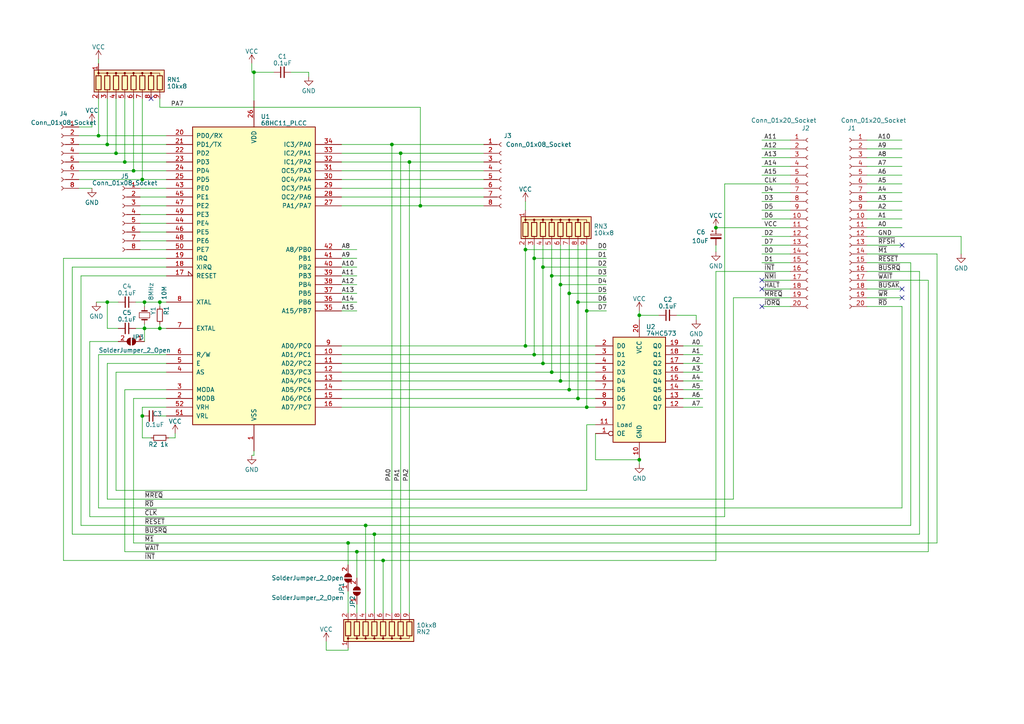
<source format=kicad_sch>
(kicad_sch (version 20230121) (generator eeschema)

  (uuid 5ce20f9d-ac06-43d4-90e8-c4063453d37d)

  (paper "A4")

  (title_block
    (title "MC68HC11_PLCC52 Mezzanine Board")
    (rev "001")
  )

  (lib_symbols
    (symbol "74xx:74LS573" (pin_names (offset 1.016)) (in_bom yes) (on_board yes)
      (property "Reference" "U" (at -7.62 16.51 0)
        (effects (font (size 1.27 1.27)))
      )
      (property "Value" "74LS573" (at -7.62 -16.51 0)
        (effects (font (size 1.27 1.27)))
      )
      (property "Footprint" "" (at 0 0 0)
        (effects (font (size 1.27 1.27)) hide)
      )
      (property "Datasheet" "74xx/74hc573.pdf" (at 0 0 0)
        (effects (font (size 1.27 1.27)) hide)
      )
      (property "ki_locked" "" (at 0 0 0)
        (effects (font (size 1.27 1.27)))
      )
      (property "ki_keywords" "TTL DFF DFF8 LATCH 3State" (at 0 0 0)
        (effects (font (size 1.27 1.27)) hide)
      )
      (property "ki_description" "8-bit Latch 3-state outputs" (at 0 0 0)
        (effects (font (size 1.27 1.27)) hide)
      )
      (property "ki_fp_filters" "DIP?20*" (at 0 0 0)
        (effects (font (size 1.27 1.27)) hide)
      )
      (symbol "74LS573_1_0"
        (pin input inverted (at -12.7 -12.7 0) (length 5.08)
          (name "OE" (effects (font (size 1.27 1.27))))
          (number "1" (effects (font (size 1.27 1.27))))
        )
        (pin power_in line (at 0 -20.32 90) (length 5.08)
          (name "GND" (effects (font (size 1.27 1.27))))
          (number "10" (effects (font (size 1.27 1.27))))
        )
        (pin input line (at -12.7 -10.16 0) (length 5.08)
          (name "Load" (effects (font (size 1.27 1.27))))
          (number "11" (effects (font (size 1.27 1.27))))
        )
        (pin tri_state line (at 12.7 -5.08 180) (length 5.08)
          (name "Q7" (effects (font (size 1.27 1.27))))
          (number "12" (effects (font (size 1.27 1.27))))
        )
        (pin tri_state line (at 12.7 -2.54 180) (length 5.08)
          (name "Q6" (effects (font (size 1.27 1.27))))
          (number "13" (effects (font (size 1.27 1.27))))
        )
        (pin tri_state line (at 12.7 0 180) (length 5.08)
          (name "Q5" (effects (font (size 1.27 1.27))))
          (number "14" (effects (font (size 1.27 1.27))))
        )
        (pin tri_state line (at 12.7 2.54 180) (length 5.08)
          (name "Q4" (effects (font (size 1.27 1.27))))
          (number "15" (effects (font (size 1.27 1.27))))
        )
        (pin tri_state line (at 12.7 5.08 180) (length 5.08)
          (name "Q3" (effects (font (size 1.27 1.27))))
          (number "16" (effects (font (size 1.27 1.27))))
        )
        (pin tri_state line (at 12.7 7.62 180) (length 5.08)
          (name "Q2" (effects (font (size 1.27 1.27))))
          (number "17" (effects (font (size 1.27 1.27))))
        )
        (pin tri_state line (at 12.7 10.16 180) (length 5.08)
          (name "Q1" (effects (font (size 1.27 1.27))))
          (number "18" (effects (font (size 1.27 1.27))))
        )
        (pin tri_state line (at 12.7 12.7 180) (length 5.08)
          (name "Q0" (effects (font (size 1.27 1.27))))
          (number "19" (effects (font (size 1.27 1.27))))
        )
        (pin input line (at -12.7 12.7 0) (length 5.08)
          (name "D0" (effects (font (size 1.27 1.27))))
          (number "2" (effects (font (size 1.27 1.27))))
        )
        (pin power_in line (at 0 20.32 270) (length 5.08)
          (name "VCC" (effects (font (size 1.27 1.27))))
          (number "20" (effects (font (size 1.27 1.27))))
        )
        (pin input line (at -12.7 10.16 0) (length 5.08)
          (name "D1" (effects (font (size 1.27 1.27))))
          (number "3" (effects (font (size 1.27 1.27))))
        )
        (pin input line (at -12.7 7.62 0) (length 5.08)
          (name "D2" (effects (font (size 1.27 1.27))))
          (number "4" (effects (font (size 1.27 1.27))))
        )
        (pin input line (at -12.7 5.08 0) (length 5.08)
          (name "D3" (effects (font (size 1.27 1.27))))
          (number "5" (effects (font (size 1.27 1.27))))
        )
        (pin input line (at -12.7 2.54 0) (length 5.08)
          (name "D4" (effects (font (size 1.27 1.27))))
          (number "6" (effects (font (size 1.27 1.27))))
        )
        (pin input line (at -12.7 0 0) (length 5.08)
          (name "D5" (effects (font (size 1.27 1.27))))
          (number "7" (effects (font (size 1.27 1.27))))
        )
        (pin input line (at -12.7 -2.54 0) (length 5.08)
          (name "D6" (effects (font (size 1.27 1.27))))
          (number "8" (effects (font (size 1.27 1.27))))
        )
        (pin input line (at -12.7 -5.08 0) (length 5.08)
          (name "D7" (effects (font (size 1.27 1.27))))
          (number "9" (effects (font (size 1.27 1.27))))
        )
      )
      (symbol "74LS573_1_1"
        (rectangle (start -7.62 15.24) (end 7.62 -15.24)
          (stroke (width 0.254) (type default))
          (fill (type background))
        )
      )
    )
    (symbol "Connector:Conn_01x08_Socket" (pin_names (offset 1.016) hide) (in_bom yes) (on_board yes)
      (property "Reference" "J" (at 0 10.16 0)
        (effects (font (size 1.27 1.27)))
      )
      (property "Value" "Conn_01x08_Socket" (at 0 -12.7 0)
        (effects (font (size 1.27 1.27)))
      )
      (property "Footprint" "" (at 0 0 0)
        (effects (font (size 1.27 1.27)) hide)
      )
      (property "Datasheet" "~" (at 0 0 0)
        (effects (font (size 1.27 1.27)) hide)
      )
      (property "ki_locked" "" (at 0 0 0)
        (effects (font (size 1.27 1.27)))
      )
      (property "ki_keywords" "connector" (at 0 0 0)
        (effects (font (size 1.27 1.27)) hide)
      )
      (property "ki_description" "Generic connector, single row, 01x08, script generated" (at 0 0 0)
        (effects (font (size 1.27 1.27)) hide)
      )
      (property "ki_fp_filters" "Connector*:*_1x??_*" (at 0 0 0)
        (effects (font (size 1.27 1.27)) hide)
      )
      (symbol "Conn_01x08_Socket_1_1"
        (arc (start 0 -9.652) (mid -0.5058 -10.16) (end 0 -10.668)
          (stroke (width 0.1524) (type default))
          (fill (type none))
        )
        (arc (start 0 -7.112) (mid -0.5058 -7.62) (end 0 -8.128)
          (stroke (width 0.1524) (type default))
          (fill (type none))
        )
        (arc (start 0 -4.572) (mid -0.5058 -5.08) (end 0 -5.588)
          (stroke (width 0.1524) (type default))
          (fill (type none))
        )
        (arc (start 0 -2.032) (mid -0.5058 -2.54) (end 0 -3.048)
          (stroke (width 0.1524) (type default))
          (fill (type none))
        )
        (polyline
          (pts
            (xy -1.27 -10.16)
            (xy -0.508 -10.16)
          )
          (stroke (width 0.1524) (type default))
          (fill (type none))
        )
        (polyline
          (pts
            (xy -1.27 -7.62)
            (xy -0.508 -7.62)
          )
          (stroke (width 0.1524) (type default))
          (fill (type none))
        )
        (polyline
          (pts
            (xy -1.27 -5.08)
            (xy -0.508 -5.08)
          )
          (stroke (width 0.1524) (type default))
          (fill (type none))
        )
        (polyline
          (pts
            (xy -1.27 -2.54)
            (xy -0.508 -2.54)
          )
          (stroke (width 0.1524) (type default))
          (fill (type none))
        )
        (polyline
          (pts
            (xy -1.27 0)
            (xy -0.508 0)
          )
          (stroke (width 0.1524) (type default))
          (fill (type none))
        )
        (polyline
          (pts
            (xy -1.27 2.54)
            (xy -0.508 2.54)
          )
          (stroke (width 0.1524) (type default))
          (fill (type none))
        )
        (polyline
          (pts
            (xy -1.27 5.08)
            (xy -0.508 5.08)
          )
          (stroke (width 0.1524) (type default))
          (fill (type none))
        )
        (polyline
          (pts
            (xy -1.27 7.62)
            (xy -0.508 7.62)
          )
          (stroke (width 0.1524) (type default))
          (fill (type none))
        )
        (arc (start 0 0.508) (mid -0.5058 0) (end 0 -0.508)
          (stroke (width 0.1524) (type default))
          (fill (type none))
        )
        (arc (start 0 3.048) (mid -0.5058 2.54) (end 0 2.032)
          (stroke (width 0.1524) (type default))
          (fill (type none))
        )
        (arc (start 0 5.588) (mid -0.5058 5.08) (end 0 4.572)
          (stroke (width 0.1524) (type default))
          (fill (type none))
        )
        (arc (start 0 8.128) (mid -0.5058 7.62) (end 0 7.112)
          (stroke (width 0.1524) (type default))
          (fill (type none))
        )
        (pin passive line (at -5.08 7.62 0) (length 3.81)
          (name "Pin_1" (effects (font (size 1.27 1.27))))
          (number "1" (effects (font (size 1.27 1.27))))
        )
        (pin passive line (at -5.08 5.08 0) (length 3.81)
          (name "Pin_2" (effects (font (size 1.27 1.27))))
          (number "2" (effects (font (size 1.27 1.27))))
        )
        (pin passive line (at -5.08 2.54 0) (length 3.81)
          (name "Pin_3" (effects (font (size 1.27 1.27))))
          (number "3" (effects (font (size 1.27 1.27))))
        )
        (pin passive line (at -5.08 0 0) (length 3.81)
          (name "Pin_4" (effects (font (size 1.27 1.27))))
          (number "4" (effects (font (size 1.27 1.27))))
        )
        (pin passive line (at -5.08 -2.54 0) (length 3.81)
          (name "Pin_5" (effects (font (size 1.27 1.27))))
          (number "5" (effects (font (size 1.27 1.27))))
        )
        (pin passive line (at -5.08 -5.08 0) (length 3.81)
          (name "Pin_6" (effects (font (size 1.27 1.27))))
          (number "6" (effects (font (size 1.27 1.27))))
        )
        (pin passive line (at -5.08 -7.62 0) (length 3.81)
          (name "Pin_7" (effects (font (size 1.27 1.27))))
          (number "7" (effects (font (size 1.27 1.27))))
        )
        (pin passive line (at -5.08 -10.16 0) (length 3.81)
          (name "Pin_8" (effects (font (size 1.27 1.27))))
          (number "8" (effects (font (size 1.27 1.27))))
        )
      )
    )
    (symbol "Connector:Conn_01x20_Socket" (pin_names (offset 1.016) hide) (in_bom yes) (on_board yes)
      (property "Reference" "J" (at 0 25.4 0)
        (effects (font (size 1.27 1.27)))
      )
      (property "Value" "Conn_01x20_Socket" (at 0 -27.94 0)
        (effects (font (size 1.27 1.27)))
      )
      (property "Footprint" "" (at 0 0 0)
        (effects (font (size 1.27 1.27)) hide)
      )
      (property "Datasheet" "~" (at 0 0 0)
        (effects (font (size 1.27 1.27)) hide)
      )
      (property "ki_locked" "" (at 0 0 0)
        (effects (font (size 1.27 1.27)))
      )
      (property "ki_keywords" "connector" (at 0 0 0)
        (effects (font (size 1.27 1.27)) hide)
      )
      (property "ki_description" "Generic connector, single row, 01x20, script generated" (at 0 0 0)
        (effects (font (size 1.27 1.27)) hide)
      )
      (property "ki_fp_filters" "Connector*:*_1x??_*" (at 0 0 0)
        (effects (font (size 1.27 1.27)) hide)
      )
      (symbol "Conn_01x20_Socket_1_1"
        (arc (start 0 -24.892) (mid -0.5058 -25.4) (end 0 -25.908)
          (stroke (width 0.1524) (type default))
          (fill (type none))
        )
        (arc (start 0 -22.352) (mid -0.5058 -22.86) (end 0 -23.368)
          (stroke (width 0.1524) (type default))
          (fill (type none))
        )
        (arc (start 0 -19.812) (mid -0.5058 -20.32) (end 0 -20.828)
          (stroke (width 0.1524) (type default))
          (fill (type none))
        )
        (arc (start 0 -17.272) (mid -0.5058 -17.78) (end 0 -18.288)
          (stroke (width 0.1524) (type default))
          (fill (type none))
        )
        (arc (start 0 -14.732) (mid -0.5058 -15.24) (end 0 -15.748)
          (stroke (width 0.1524) (type default))
          (fill (type none))
        )
        (arc (start 0 -12.192) (mid -0.5058 -12.7) (end 0 -13.208)
          (stroke (width 0.1524) (type default))
          (fill (type none))
        )
        (arc (start 0 -9.652) (mid -0.5058 -10.16) (end 0 -10.668)
          (stroke (width 0.1524) (type default))
          (fill (type none))
        )
        (arc (start 0 -7.112) (mid -0.5058 -7.62) (end 0 -8.128)
          (stroke (width 0.1524) (type default))
          (fill (type none))
        )
        (arc (start 0 -4.572) (mid -0.5058 -5.08) (end 0 -5.588)
          (stroke (width 0.1524) (type default))
          (fill (type none))
        )
        (arc (start 0 -2.032) (mid -0.5058 -2.54) (end 0 -3.048)
          (stroke (width 0.1524) (type default))
          (fill (type none))
        )
        (polyline
          (pts
            (xy -1.27 -25.4)
            (xy -0.508 -25.4)
          )
          (stroke (width 0.1524) (type default))
          (fill (type none))
        )
        (polyline
          (pts
            (xy -1.27 -22.86)
            (xy -0.508 -22.86)
          )
          (stroke (width 0.1524) (type default))
          (fill (type none))
        )
        (polyline
          (pts
            (xy -1.27 -20.32)
            (xy -0.508 -20.32)
          )
          (stroke (width 0.1524) (type default))
          (fill (type none))
        )
        (polyline
          (pts
            (xy -1.27 -17.78)
            (xy -0.508 -17.78)
          )
          (stroke (width 0.1524) (type default))
          (fill (type none))
        )
        (polyline
          (pts
            (xy -1.27 -15.24)
            (xy -0.508 -15.24)
          )
          (stroke (width 0.1524) (type default))
          (fill (type none))
        )
        (polyline
          (pts
            (xy -1.27 -12.7)
            (xy -0.508 -12.7)
          )
          (stroke (width 0.1524) (type default))
          (fill (type none))
        )
        (polyline
          (pts
            (xy -1.27 -10.16)
            (xy -0.508 -10.16)
          )
          (stroke (width 0.1524) (type default))
          (fill (type none))
        )
        (polyline
          (pts
            (xy -1.27 -7.62)
            (xy -0.508 -7.62)
          )
          (stroke (width 0.1524) (type default))
          (fill (type none))
        )
        (polyline
          (pts
            (xy -1.27 -5.08)
            (xy -0.508 -5.08)
          )
          (stroke (width 0.1524) (type default))
          (fill (type none))
        )
        (polyline
          (pts
            (xy -1.27 -2.54)
            (xy -0.508 -2.54)
          )
          (stroke (width 0.1524) (type default))
          (fill (type none))
        )
        (polyline
          (pts
            (xy -1.27 0)
            (xy -0.508 0)
          )
          (stroke (width 0.1524) (type default))
          (fill (type none))
        )
        (polyline
          (pts
            (xy -1.27 2.54)
            (xy -0.508 2.54)
          )
          (stroke (width 0.1524) (type default))
          (fill (type none))
        )
        (polyline
          (pts
            (xy -1.27 5.08)
            (xy -0.508 5.08)
          )
          (stroke (width 0.1524) (type default))
          (fill (type none))
        )
        (polyline
          (pts
            (xy -1.27 7.62)
            (xy -0.508 7.62)
          )
          (stroke (width 0.1524) (type default))
          (fill (type none))
        )
        (polyline
          (pts
            (xy -1.27 10.16)
            (xy -0.508 10.16)
          )
          (stroke (width 0.1524) (type default))
          (fill (type none))
        )
        (polyline
          (pts
            (xy -1.27 12.7)
            (xy -0.508 12.7)
          )
          (stroke (width 0.1524) (type default))
          (fill (type none))
        )
        (polyline
          (pts
            (xy -1.27 15.24)
            (xy -0.508 15.24)
          )
          (stroke (width 0.1524) (type default))
          (fill (type none))
        )
        (polyline
          (pts
            (xy -1.27 17.78)
            (xy -0.508 17.78)
          )
          (stroke (width 0.1524) (type default))
          (fill (type none))
        )
        (polyline
          (pts
            (xy -1.27 20.32)
            (xy -0.508 20.32)
          )
          (stroke (width 0.1524) (type default))
          (fill (type none))
        )
        (polyline
          (pts
            (xy -1.27 22.86)
            (xy -0.508 22.86)
          )
          (stroke (width 0.1524) (type default))
          (fill (type none))
        )
        (arc (start 0 0.508) (mid -0.5058 0) (end 0 -0.508)
          (stroke (width 0.1524) (type default))
          (fill (type none))
        )
        (arc (start 0 3.048) (mid -0.5058 2.54) (end 0 2.032)
          (stroke (width 0.1524) (type default))
          (fill (type none))
        )
        (arc (start 0 5.588) (mid -0.5058 5.08) (end 0 4.572)
          (stroke (width 0.1524) (type default))
          (fill (type none))
        )
        (arc (start 0 8.128) (mid -0.5058 7.62) (end 0 7.112)
          (stroke (width 0.1524) (type default))
          (fill (type none))
        )
        (arc (start 0 10.668) (mid -0.5058 10.16) (end 0 9.652)
          (stroke (width 0.1524) (type default))
          (fill (type none))
        )
        (arc (start 0 13.208) (mid -0.5058 12.7) (end 0 12.192)
          (stroke (width 0.1524) (type default))
          (fill (type none))
        )
        (arc (start 0 15.748) (mid -0.5058 15.24) (end 0 14.732)
          (stroke (width 0.1524) (type default))
          (fill (type none))
        )
        (arc (start 0 18.288) (mid -0.5058 17.78) (end 0 17.272)
          (stroke (width 0.1524) (type default))
          (fill (type none))
        )
        (arc (start 0 20.828) (mid -0.5058 20.32) (end 0 19.812)
          (stroke (width 0.1524) (type default))
          (fill (type none))
        )
        (arc (start 0 23.368) (mid -0.5058 22.86) (end 0 22.352)
          (stroke (width 0.1524) (type default))
          (fill (type none))
        )
        (pin passive line (at -5.08 22.86 0) (length 3.81)
          (name "Pin_1" (effects (font (size 1.27 1.27))))
          (number "1" (effects (font (size 1.27 1.27))))
        )
        (pin passive line (at -5.08 0 0) (length 3.81)
          (name "Pin_10" (effects (font (size 1.27 1.27))))
          (number "10" (effects (font (size 1.27 1.27))))
        )
        (pin passive line (at -5.08 -2.54 0) (length 3.81)
          (name "Pin_11" (effects (font (size 1.27 1.27))))
          (number "11" (effects (font (size 1.27 1.27))))
        )
        (pin passive line (at -5.08 -5.08 0) (length 3.81)
          (name "Pin_12" (effects (font (size 1.27 1.27))))
          (number "12" (effects (font (size 1.27 1.27))))
        )
        (pin passive line (at -5.08 -7.62 0) (length 3.81)
          (name "Pin_13" (effects (font (size 1.27 1.27))))
          (number "13" (effects (font (size 1.27 1.27))))
        )
        (pin passive line (at -5.08 -10.16 0) (length 3.81)
          (name "Pin_14" (effects (font (size 1.27 1.27))))
          (number "14" (effects (font (size 1.27 1.27))))
        )
        (pin passive line (at -5.08 -12.7 0) (length 3.81)
          (name "Pin_15" (effects (font (size 1.27 1.27))))
          (number "15" (effects (font (size 1.27 1.27))))
        )
        (pin passive line (at -5.08 -15.24 0) (length 3.81)
          (name "Pin_16" (effects (font (size 1.27 1.27))))
          (number "16" (effects (font (size 1.27 1.27))))
        )
        (pin passive line (at -5.08 -17.78 0) (length 3.81)
          (name "Pin_17" (effects (font (size 1.27 1.27))))
          (number "17" (effects (font (size 1.27 1.27))))
        )
        (pin passive line (at -5.08 -20.32 0) (length 3.81)
          (name "Pin_18" (effects (font (size 1.27 1.27))))
          (number "18" (effects (font (size 1.27 1.27))))
        )
        (pin passive line (at -5.08 -22.86 0) (length 3.81)
          (name "Pin_19" (effects (font (size 1.27 1.27))))
          (number "19" (effects (font (size 1.27 1.27))))
        )
        (pin passive line (at -5.08 20.32 0) (length 3.81)
          (name "Pin_2" (effects (font (size 1.27 1.27))))
          (number "2" (effects (font (size 1.27 1.27))))
        )
        (pin passive line (at -5.08 -25.4 0) (length 3.81)
          (name "Pin_20" (effects (font (size 1.27 1.27))))
          (number "20" (effects (font (size 1.27 1.27))))
        )
        (pin passive line (at -5.08 17.78 0) (length 3.81)
          (name "Pin_3" (effects (font (size 1.27 1.27))))
          (number "3" (effects (font (size 1.27 1.27))))
        )
        (pin passive line (at -5.08 15.24 0) (length 3.81)
          (name "Pin_4" (effects (font (size 1.27 1.27))))
          (number "4" (effects (font (size 1.27 1.27))))
        )
        (pin passive line (at -5.08 12.7 0) (length 3.81)
          (name "Pin_5" (effects (font (size 1.27 1.27))))
          (number "5" (effects (font (size 1.27 1.27))))
        )
        (pin passive line (at -5.08 10.16 0) (length 3.81)
          (name "Pin_6" (effects (font (size 1.27 1.27))))
          (number "6" (effects (font (size 1.27 1.27))))
        )
        (pin passive line (at -5.08 7.62 0) (length 3.81)
          (name "Pin_7" (effects (font (size 1.27 1.27))))
          (number "7" (effects (font (size 1.27 1.27))))
        )
        (pin passive line (at -5.08 5.08 0) (length 3.81)
          (name "Pin_8" (effects (font (size 1.27 1.27))))
          (number "8" (effects (font (size 1.27 1.27))))
        )
        (pin passive line (at -5.08 2.54 0) (length 3.81)
          (name "Pin_9" (effects (font (size 1.27 1.27))))
          (number "9" (effects (font (size 1.27 1.27))))
        )
      )
    )
    (symbol "Device:C_Polarized_Small" (pin_numbers hide) (pin_names (offset 0.254) hide) (in_bom yes) (on_board yes)
      (property "Reference" "C" (at 0.254 1.778 0)
        (effects (font (size 1.27 1.27)) (justify left))
      )
      (property "Value" "C_Polarized_Small" (at 0.254 -2.032 0)
        (effects (font (size 1.27 1.27)) (justify left))
      )
      (property "Footprint" "" (at 0 0 0)
        (effects (font (size 1.27 1.27)) hide)
      )
      (property "Datasheet" "~" (at 0 0 0)
        (effects (font (size 1.27 1.27)) hide)
      )
      (property "ki_keywords" "cap capacitor" (at 0 0 0)
        (effects (font (size 1.27 1.27)) hide)
      )
      (property "ki_description" "Polarized capacitor, small symbol" (at 0 0 0)
        (effects (font (size 1.27 1.27)) hide)
      )
      (property "ki_fp_filters" "CP_*" (at 0 0 0)
        (effects (font (size 1.27 1.27)) hide)
      )
      (symbol "C_Polarized_Small_0_1"
        (rectangle (start -1.524 -0.3048) (end 1.524 -0.6858)
          (stroke (width 0) (type default))
          (fill (type outline))
        )
        (rectangle (start -1.524 0.6858) (end 1.524 0.3048)
          (stroke (width 0) (type default))
          (fill (type none))
        )
        (polyline
          (pts
            (xy -1.27 1.524)
            (xy -0.762 1.524)
          )
          (stroke (width 0) (type default))
          (fill (type none))
        )
        (polyline
          (pts
            (xy -1.016 1.27)
            (xy -1.016 1.778)
          )
          (stroke (width 0) (type default))
          (fill (type none))
        )
      )
      (symbol "C_Polarized_Small_1_1"
        (pin passive line (at 0 2.54 270) (length 1.8542)
          (name "~" (effects (font (size 1.27 1.27))))
          (number "1" (effects (font (size 1.27 1.27))))
        )
        (pin passive line (at 0 -2.54 90) (length 1.8542)
          (name "~" (effects (font (size 1.27 1.27))))
          (number "2" (effects (font (size 1.27 1.27))))
        )
      )
    )
    (symbol "Device:C_Small" (pin_numbers hide) (pin_names (offset 0.254) hide) (in_bom yes) (on_board yes)
      (property "Reference" "C" (at 0.254 1.778 0)
        (effects (font (size 1.27 1.27)) (justify left))
      )
      (property "Value" "C_Small" (at 0.254 -2.032 0)
        (effects (font (size 1.27 1.27)) (justify left))
      )
      (property "Footprint" "" (at 0 0 0)
        (effects (font (size 1.27 1.27)) hide)
      )
      (property "Datasheet" "~" (at 0 0 0)
        (effects (font (size 1.27 1.27)) hide)
      )
      (property "ki_keywords" "capacitor cap" (at 0 0 0)
        (effects (font (size 1.27 1.27)) hide)
      )
      (property "ki_description" "Unpolarized capacitor, small symbol" (at 0 0 0)
        (effects (font (size 1.27 1.27)) hide)
      )
      (property "ki_fp_filters" "C_*" (at 0 0 0)
        (effects (font (size 1.27 1.27)) hide)
      )
      (symbol "C_Small_0_1"
        (polyline
          (pts
            (xy -1.524 -0.508)
            (xy 1.524 -0.508)
          )
          (stroke (width 0.3302) (type default))
          (fill (type none))
        )
        (polyline
          (pts
            (xy -1.524 0.508)
            (xy 1.524 0.508)
          )
          (stroke (width 0.3048) (type default))
          (fill (type none))
        )
      )
      (symbol "C_Small_1_1"
        (pin passive line (at 0 2.54 270) (length 2.032)
          (name "~" (effects (font (size 1.27 1.27))))
          (number "1" (effects (font (size 1.27 1.27))))
        )
        (pin passive line (at 0 -2.54 90) (length 2.032)
          (name "~" (effects (font (size 1.27 1.27))))
          (number "2" (effects (font (size 1.27 1.27))))
        )
      )
    )
    (symbol "Device:Crystal_Small" (pin_numbers hide) (pin_names (offset 1.016) hide) (in_bom yes) (on_board yes)
      (property "Reference" "Y" (at 0 2.54 0)
        (effects (font (size 1.27 1.27)))
      )
      (property "Value" "Crystal_Small" (at 0 -2.54 0)
        (effects (font (size 1.27 1.27)))
      )
      (property "Footprint" "" (at 0 0 0)
        (effects (font (size 1.27 1.27)) hide)
      )
      (property "Datasheet" "~" (at 0 0 0)
        (effects (font (size 1.27 1.27)) hide)
      )
      (property "ki_keywords" "quartz ceramic resonator oscillator" (at 0 0 0)
        (effects (font (size 1.27 1.27)) hide)
      )
      (property "ki_description" "Two pin crystal, small symbol" (at 0 0 0)
        (effects (font (size 1.27 1.27)) hide)
      )
      (property "ki_fp_filters" "Crystal*" (at 0 0 0)
        (effects (font (size 1.27 1.27)) hide)
      )
      (symbol "Crystal_Small_0_1"
        (rectangle (start -0.762 -1.524) (end 0.762 1.524)
          (stroke (width 0) (type default))
          (fill (type none))
        )
        (polyline
          (pts
            (xy -1.27 -0.762)
            (xy -1.27 0.762)
          )
          (stroke (width 0.381) (type default))
          (fill (type none))
        )
        (polyline
          (pts
            (xy 1.27 -0.762)
            (xy 1.27 0.762)
          )
          (stroke (width 0.381) (type default))
          (fill (type none))
        )
      )
      (symbol "Crystal_Small_1_1"
        (pin passive line (at -2.54 0 0) (length 1.27)
          (name "1" (effects (font (size 1.27 1.27))))
          (number "1" (effects (font (size 1.27 1.27))))
        )
        (pin passive line (at 2.54 0 180) (length 1.27)
          (name "2" (effects (font (size 1.27 1.27))))
          (number "2" (effects (font (size 1.27 1.27))))
        )
      )
    )
    (symbol "Device:R_Network08" (pin_names (offset 0) hide) (in_bom yes) (on_board yes)
      (property "Reference" "RN" (at -12.7 0 90)
        (effects (font (size 1.27 1.27)))
      )
      (property "Value" "R_Network08" (at 10.16 0 90)
        (effects (font (size 1.27 1.27)))
      )
      (property "Footprint" "Resistor_THT:R_Array_SIP9" (at 12.065 0 90)
        (effects (font (size 1.27 1.27)) hide)
      )
      (property "Datasheet" "http://www.vishay.com/docs/31509/csc.pdf" (at 0 0 0)
        (effects (font (size 1.27 1.27)) hide)
      )
      (property "ki_keywords" "R network star-topology" (at 0 0 0)
        (effects (font (size 1.27 1.27)) hide)
      )
      (property "ki_description" "8 resistor network, star topology, bussed resistors, small symbol" (at 0 0 0)
        (effects (font (size 1.27 1.27)) hide)
      )
      (property "ki_fp_filters" "R?Array?SIP*" (at 0 0 0)
        (effects (font (size 1.27 1.27)) hide)
      )
      (symbol "R_Network08_0_1"
        (rectangle (start -11.43 -3.175) (end 8.89 3.175)
          (stroke (width 0.254) (type default))
          (fill (type background))
        )
        (rectangle (start -10.922 1.524) (end -9.398 -2.54)
          (stroke (width 0.254) (type default))
          (fill (type none))
        )
        (circle (center -10.16 2.286) (radius 0.254)
          (stroke (width 0) (type default))
          (fill (type outline))
        )
        (rectangle (start -8.382 1.524) (end -6.858 -2.54)
          (stroke (width 0.254) (type default))
          (fill (type none))
        )
        (circle (center -7.62 2.286) (radius 0.254)
          (stroke (width 0) (type default))
          (fill (type outline))
        )
        (rectangle (start -5.842 1.524) (end -4.318 -2.54)
          (stroke (width 0.254) (type default))
          (fill (type none))
        )
        (circle (center -5.08 2.286) (radius 0.254)
          (stroke (width 0) (type default))
          (fill (type outline))
        )
        (rectangle (start -3.302 1.524) (end -1.778 -2.54)
          (stroke (width 0.254) (type default))
          (fill (type none))
        )
        (circle (center -2.54 2.286) (radius 0.254)
          (stroke (width 0) (type default))
          (fill (type outline))
        )
        (rectangle (start -0.762 1.524) (end 0.762 -2.54)
          (stroke (width 0.254) (type default))
          (fill (type none))
        )
        (polyline
          (pts
            (xy -10.16 -2.54)
            (xy -10.16 -3.81)
          )
          (stroke (width 0) (type default))
          (fill (type none))
        )
        (polyline
          (pts
            (xy -7.62 -2.54)
            (xy -7.62 -3.81)
          )
          (stroke (width 0) (type default))
          (fill (type none))
        )
        (polyline
          (pts
            (xy -5.08 -2.54)
            (xy -5.08 -3.81)
          )
          (stroke (width 0) (type default))
          (fill (type none))
        )
        (polyline
          (pts
            (xy -2.54 -2.54)
            (xy -2.54 -3.81)
          )
          (stroke (width 0) (type default))
          (fill (type none))
        )
        (polyline
          (pts
            (xy 0 -2.54)
            (xy 0 -3.81)
          )
          (stroke (width 0) (type default))
          (fill (type none))
        )
        (polyline
          (pts
            (xy 2.54 -2.54)
            (xy 2.54 -3.81)
          )
          (stroke (width 0) (type default))
          (fill (type none))
        )
        (polyline
          (pts
            (xy 5.08 -2.54)
            (xy 5.08 -3.81)
          )
          (stroke (width 0) (type default))
          (fill (type none))
        )
        (polyline
          (pts
            (xy 7.62 -2.54)
            (xy 7.62 -3.81)
          )
          (stroke (width 0) (type default))
          (fill (type none))
        )
        (polyline
          (pts
            (xy -10.16 1.524)
            (xy -10.16 2.286)
            (xy -7.62 2.286)
            (xy -7.62 1.524)
          )
          (stroke (width 0) (type default))
          (fill (type none))
        )
        (polyline
          (pts
            (xy -7.62 1.524)
            (xy -7.62 2.286)
            (xy -5.08 2.286)
            (xy -5.08 1.524)
          )
          (stroke (width 0) (type default))
          (fill (type none))
        )
        (polyline
          (pts
            (xy -5.08 1.524)
            (xy -5.08 2.286)
            (xy -2.54 2.286)
            (xy -2.54 1.524)
          )
          (stroke (width 0) (type default))
          (fill (type none))
        )
        (polyline
          (pts
            (xy -2.54 1.524)
            (xy -2.54 2.286)
            (xy 0 2.286)
            (xy 0 1.524)
          )
          (stroke (width 0) (type default))
          (fill (type none))
        )
        (polyline
          (pts
            (xy 0 1.524)
            (xy 0 2.286)
            (xy 2.54 2.286)
            (xy 2.54 1.524)
          )
          (stroke (width 0) (type default))
          (fill (type none))
        )
        (polyline
          (pts
            (xy 2.54 1.524)
            (xy 2.54 2.286)
            (xy 5.08 2.286)
            (xy 5.08 1.524)
          )
          (stroke (width 0) (type default))
          (fill (type none))
        )
        (polyline
          (pts
            (xy 5.08 1.524)
            (xy 5.08 2.286)
            (xy 7.62 2.286)
            (xy 7.62 1.524)
          )
          (stroke (width 0) (type default))
          (fill (type none))
        )
        (circle (center 0 2.286) (radius 0.254)
          (stroke (width 0) (type default))
          (fill (type outline))
        )
        (rectangle (start 1.778 1.524) (end 3.302 -2.54)
          (stroke (width 0.254) (type default))
          (fill (type none))
        )
        (circle (center 2.54 2.286) (radius 0.254)
          (stroke (width 0) (type default))
          (fill (type outline))
        )
        (rectangle (start 4.318 1.524) (end 5.842 -2.54)
          (stroke (width 0.254) (type default))
          (fill (type none))
        )
        (circle (center 5.08 2.286) (radius 0.254)
          (stroke (width 0) (type default))
          (fill (type outline))
        )
        (rectangle (start 6.858 1.524) (end 8.382 -2.54)
          (stroke (width 0.254) (type default))
          (fill (type none))
        )
      )
      (symbol "R_Network08_1_1"
        (pin passive line (at -10.16 5.08 270) (length 2.54)
          (name "common" (effects (font (size 1.27 1.27))))
          (number "1" (effects (font (size 1.27 1.27))))
        )
        (pin passive line (at -10.16 -5.08 90) (length 1.27)
          (name "R1" (effects (font (size 1.27 1.27))))
          (number "2" (effects (font (size 1.27 1.27))))
        )
        (pin passive line (at -7.62 -5.08 90) (length 1.27)
          (name "R2" (effects (font (size 1.27 1.27))))
          (number "3" (effects (font (size 1.27 1.27))))
        )
        (pin passive line (at -5.08 -5.08 90) (length 1.27)
          (name "R3" (effects (font (size 1.27 1.27))))
          (number "4" (effects (font (size 1.27 1.27))))
        )
        (pin passive line (at -2.54 -5.08 90) (length 1.27)
          (name "R4" (effects (font (size 1.27 1.27))))
          (number "5" (effects (font (size 1.27 1.27))))
        )
        (pin passive line (at 0 -5.08 90) (length 1.27)
          (name "R5" (effects (font (size 1.27 1.27))))
          (number "6" (effects (font (size 1.27 1.27))))
        )
        (pin passive line (at 2.54 -5.08 90) (length 1.27)
          (name "R6" (effects (font (size 1.27 1.27))))
          (number "7" (effects (font (size 1.27 1.27))))
        )
        (pin passive line (at 5.08 -5.08 90) (length 1.27)
          (name "R7" (effects (font (size 1.27 1.27))))
          (number "8" (effects (font (size 1.27 1.27))))
        )
        (pin passive line (at 7.62 -5.08 90) (length 1.27)
          (name "R8" (effects (font (size 1.27 1.27))))
          (number "9" (effects (font (size 1.27 1.27))))
        )
      )
    )
    (symbol "Device:R_Small" (pin_numbers hide) (pin_names (offset 0.254) hide) (in_bom yes) (on_board yes)
      (property "Reference" "R" (at 0.762 0.508 0)
        (effects (font (size 1.27 1.27)) (justify left))
      )
      (property "Value" "R_Small" (at 0.762 -1.016 0)
        (effects (font (size 1.27 1.27)) (justify left))
      )
      (property "Footprint" "" (at 0 0 0)
        (effects (font (size 1.27 1.27)) hide)
      )
      (property "Datasheet" "~" (at 0 0 0)
        (effects (font (size 1.27 1.27)) hide)
      )
      (property "ki_keywords" "R resistor" (at 0 0 0)
        (effects (font (size 1.27 1.27)) hide)
      )
      (property "ki_description" "Resistor, small symbol" (at 0 0 0)
        (effects (font (size 1.27 1.27)) hide)
      )
      (property "ki_fp_filters" "R_*" (at 0 0 0)
        (effects (font (size 1.27 1.27)) hide)
      )
      (symbol "R_Small_0_1"
        (rectangle (start -0.762 1.778) (end 0.762 -1.778)
          (stroke (width 0.2032) (type default))
          (fill (type none))
        )
      )
      (symbol "R_Small_1_1"
        (pin passive line (at 0 2.54 270) (length 0.762)
          (name "~" (effects (font (size 1.27 1.27))))
          (number "1" (effects (font (size 1.27 1.27))))
        )
        (pin passive line (at 0 -2.54 90) (length 0.762)
          (name "~" (effects (font (size 1.27 1.27))))
          (number "2" (effects (font (size 1.27 1.27))))
        )
      )
    )
    (symbol "Jumper:SolderJumper_2_Open" (pin_names (offset 0) hide) (in_bom yes) (on_board yes)
      (property "Reference" "JP" (at 0 2.032 0)
        (effects (font (size 1.27 1.27)))
      )
      (property "Value" "SolderJumper_2_Open" (at 0 -2.54 0)
        (effects (font (size 1.27 1.27)))
      )
      (property "Footprint" "" (at 0 0 0)
        (effects (font (size 1.27 1.27)) hide)
      )
      (property "Datasheet" "~" (at 0 0 0)
        (effects (font (size 1.27 1.27)) hide)
      )
      (property "ki_keywords" "solder jumper SPST" (at 0 0 0)
        (effects (font (size 1.27 1.27)) hide)
      )
      (property "ki_description" "Solder Jumper, 2-pole, open" (at 0 0 0)
        (effects (font (size 1.27 1.27)) hide)
      )
      (property "ki_fp_filters" "SolderJumper*Open*" (at 0 0 0)
        (effects (font (size 1.27 1.27)) hide)
      )
      (symbol "SolderJumper_2_Open_0_1"
        (arc (start -0.254 1.016) (mid -1.2656 0) (end -0.254 -1.016)
          (stroke (width 0) (type default))
          (fill (type none))
        )
        (arc (start -0.254 1.016) (mid -1.2656 0) (end -0.254 -1.016)
          (stroke (width 0) (type default))
          (fill (type outline))
        )
        (polyline
          (pts
            (xy -0.254 1.016)
            (xy -0.254 -1.016)
          )
          (stroke (width 0) (type default))
          (fill (type none))
        )
        (polyline
          (pts
            (xy 0.254 1.016)
            (xy 0.254 -1.016)
          )
          (stroke (width 0) (type default))
          (fill (type none))
        )
        (arc (start 0.254 -1.016) (mid 1.2656 0) (end 0.254 1.016)
          (stroke (width 0) (type default))
          (fill (type none))
        )
        (arc (start 0.254 -1.016) (mid 1.2656 0) (end 0.254 1.016)
          (stroke (width 0) (type default))
          (fill (type outline))
        )
      )
      (symbol "SolderJumper_2_Open_1_1"
        (pin passive line (at -3.81 0 0) (length 2.54)
          (name "A" (effects (font (size 1.27 1.27))))
          (number "1" (effects (font (size 1.27 1.27))))
        )
        (pin passive line (at 3.81 0 180) (length 2.54)
          (name "B" (effects (font (size 1.27 1.27))))
          (number "2" (effects (font (size 1.27 1.27))))
        )
      )
    )
    (symbol "MCU_NXP_HC11:68HC11_PLCC" (pin_names (offset 1.016)) (in_bom yes) (on_board yes)
      (property "Reference" "U" (at 7.62 45.72 0)
        (effects (font (size 1.27 1.27)))
      )
      (property "Value" "68HC11_PLCC" (at 12.7 -46.99 0)
        (effects (font (size 1.27 1.27)))
      )
      (property "Footprint" "" (at 0 0 0)
        (effects (font (size 1.27 1.27)) hide)
      )
      (property "Datasheet" "" (at 0 0 0)
        (effects (font (size 1.27 1.27)) hide)
      )
      (property "ki_keywords" "MCU Microcontroller HC11" (at 0 0 0)
        (effects (font (size 1.27 1.27)) hide)
      )
      (property "ki_description" "HC11 Microcontroller, PLCC-52" (at 0 0 0)
        (effects (font (size 1.27 1.27)) hide)
      )
      (symbol "68HC11_PLCC_0_1"
        (rectangle (start -17.78 -43.18) (end 17.78 43.18)
          (stroke (width 0.254) (type default))
          (fill (type background))
        )
      )
      (symbol "68HC11_PLCC_1_1"
        (pin power_in line (at 0 -50.8 90) (length 7.62)
          (name "VSS" (effects (font (size 1.27 1.27))))
          (number "1" (effects (font (size 1.27 1.27))))
        )
        (pin tri_state line (at 25.4 -22.86 180) (length 7.62)
          (name "AD1/PC1" (effects (font (size 1.27 1.27))))
          (number "10" (effects (font (size 1.27 1.27))))
        )
        (pin tri_state line (at 25.4 -25.4 180) (length 7.62)
          (name "AD2/PC2" (effects (font (size 1.27 1.27))))
          (number "11" (effects (font (size 1.27 1.27))))
        )
        (pin tri_state line (at 25.4 -27.94 180) (length 7.62)
          (name "AD3/PC3" (effects (font (size 1.27 1.27))))
          (number "12" (effects (font (size 1.27 1.27))))
        )
        (pin tri_state line (at 25.4 -30.48 180) (length 7.62)
          (name "AD4/PC4" (effects (font (size 1.27 1.27))))
          (number "13" (effects (font (size 1.27 1.27))))
        )
        (pin tri_state line (at 25.4 -33.02 180) (length 7.62)
          (name "AD5/PC5" (effects (font (size 1.27 1.27))))
          (number "14" (effects (font (size 1.27 1.27))))
        )
        (pin tri_state line (at 25.4 -35.56 180) (length 7.62)
          (name "AD6/PC6" (effects (font (size 1.27 1.27))))
          (number "15" (effects (font (size 1.27 1.27))))
        )
        (pin tri_state line (at 25.4 -38.1 180) (length 7.62)
          (name "AD7/PC7" (effects (font (size 1.27 1.27))))
          (number "16" (effects (font (size 1.27 1.27))))
        )
        (pin input input_low (at -25.4 0 0) (length 7.62)
          (name "RESET" (effects (font (size 1.27 1.27))))
          (number "17" (effects (font (size 1.27 1.27))))
        )
        (pin input line (at -25.4 2.54 0) (length 7.62)
          (name "XIRQ" (effects (font (size 1.27 1.27))))
          (number "18" (effects (font (size 1.27 1.27))))
        )
        (pin input line (at -25.4 5.08 0) (length 7.62)
          (name "IRQ" (effects (font (size 1.27 1.27))))
          (number "19" (effects (font (size 1.27 1.27))))
        )
        (pin input line (at -25.4 -35.56 0) (length 7.62)
          (name "MODB" (effects (font (size 1.27 1.27))))
          (number "2" (effects (font (size 1.27 1.27))))
        )
        (pin bidirectional line (at -25.4 40.64 0) (length 7.62)
          (name "PD0/RX" (effects (font (size 1.27 1.27))))
          (number "20" (effects (font (size 1.27 1.27))))
        )
        (pin bidirectional line (at -25.4 38.1 0) (length 7.62)
          (name "PD1/TX" (effects (font (size 1.27 1.27))))
          (number "21" (effects (font (size 1.27 1.27))))
        )
        (pin bidirectional line (at -25.4 35.56 0) (length 7.62)
          (name "PD2" (effects (font (size 1.27 1.27))))
          (number "22" (effects (font (size 1.27 1.27))))
        )
        (pin input line (at -25.4 33.02 0) (length 7.62)
          (name "PD3" (effects (font (size 1.27 1.27))))
          (number "23" (effects (font (size 1.27 1.27))))
        )
        (pin bidirectional line (at -25.4 30.48 0) (length 7.62)
          (name "PD4" (effects (font (size 1.27 1.27))))
          (number "24" (effects (font (size 1.27 1.27))))
        )
        (pin bidirectional line (at -25.4 27.94 0) (length 7.62)
          (name "PD5" (effects (font (size 1.27 1.27))))
          (number "25" (effects (font (size 1.27 1.27))))
        )
        (pin power_in line (at 0 50.8 270) (length 7.62)
          (name "VDD" (effects (font (size 1.27 1.27))))
          (number "26" (effects (font (size 1.27 1.27))))
        )
        (pin input line (at 25.4 20.32 180) (length 7.62)
          (name "PA1/PA7" (effects (font (size 1.27 1.27))))
          (number "27" (effects (font (size 1.27 1.27))))
        )
        (pin output line (at 25.4 22.86 180) (length 7.62)
          (name "OC2/PA6" (effects (font (size 1.27 1.27))))
          (number "28" (effects (font (size 1.27 1.27))))
        )
        (pin output line (at 25.4 25.4 180) (length 7.62)
          (name "OC3/PA5" (effects (font (size 1.27 1.27))))
          (number "29" (effects (font (size 1.27 1.27))))
        )
        (pin input line (at -25.4 -33.02 0) (length 7.62)
          (name "MODA" (effects (font (size 1.27 1.27))))
          (number "3" (effects (font (size 1.27 1.27))))
        )
        (pin output line (at 25.4 27.94 180) (length 7.62)
          (name "OC4/PA4" (effects (font (size 1.27 1.27))))
          (number "30" (effects (font (size 1.27 1.27))))
        )
        (pin output line (at 25.4 30.48 180) (length 7.62)
          (name "OC5/PA3" (effects (font (size 1.27 1.27))))
          (number "31" (effects (font (size 1.27 1.27))))
        )
        (pin input line (at 25.4 33.02 180) (length 7.62)
          (name "IC1/PA2" (effects (font (size 1.27 1.27))))
          (number "32" (effects (font (size 1.27 1.27))))
        )
        (pin input line (at 25.4 35.56 180) (length 7.62)
          (name "IC2/PA1" (effects (font (size 1.27 1.27))))
          (number "33" (effects (font (size 1.27 1.27))))
        )
        (pin input line (at 25.4 38.1 180) (length 7.62)
          (name "IC3/PA0" (effects (font (size 1.27 1.27))))
          (number "34" (effects (font (size 1.27 1.27))))
        )
        (pin output line (at 25.4 -10.16 180) (length 7.62)
          (name "A15/PB7" (effects (font (size 1.27 1.27))))
          (number "35" (effects (font (size 1.27 1.27))))
        )
        (pin output line (at 25.4 -7.62 180) (length 7.62)
          (name "PB6" (effects (font (size 1.27 1.27))))
          (number "36" (effects (font (size 1.27 1.27))))
        )
        (pin output line (at 25.4 -5.08 180) (length 7.62)
          (name "PB5" (effects (font (size 1.27 1.27))))
          (number "37" (effects (font (size 1.27 1.27))))
        )
        (pin output line (at 25.4 -2.54 180) (length 7.62)
          (name "PB4" (effects (font (size 1.27 1.27))))
          (number "38" (effects (font (size 1.27 1.27))))
        )
        (pin output line (at 25.4 0 180) (length 7.62)
          (name "PB3" (effects (font (size 1.27 1.27))))
          (number "39" (effects (font (size 1.27 1.27))))
        )
        (pin output line (at -25.4 -27.94 0) (length 7.62)
          (name "AS" (effects (font (size 1.27 1.27))))
          (number "4" (effects (font (size 1.27 1.27))))
        )
        (pin output line (at 25.4 2.54 180) (length 7.62)
          (name "PB2" (effects (font (size 1.27 1.27))))
          (number "40" (effects (font (size 1.27 1.27))))
        )
        (pin output line (at 25.4 5.08 180) (length 7.62)
          (name "PB1" (effects (font (size 1.27 1.27))))
          (number "41" (effects (font (size 1.27 1.27))))
        )
        (pin output line (at 25.4 7.62 180) (length 7.62)
          (name "A8/PB0" (effects (font (size 1.27 1.27))))
          (number "42" (effects (font (size 1.27 1.27))))
        )
        (pin input line (at -25.4 25.4 0) (length 7.62)
          (name "PE0" (effects (font (size 1.27 1.27))))
          (number "43" (effects (font (size 1.27 1.27))))
        )
        (pin input line (at -25.4 15.24 0) (length 7.62)
          (name "PE4" (effects (font (size 1.27 1.27))))
          (number "44" (effects (font (size 1.27 1.27))))
        )
        (pin input line (at -25.4 22.86 0) (length 7.62)
          (name "PE1" (effects (font (size 1.27 1.27))))
          (number "45" (effects (font (size 1.27 1.27))))
        )
        (pin input line (at -25.4 12.7 0) (length 7.62)
          (name "PE5" (effects (font (size 1.27 1.27))))
          (number "46" (effects (font (size 1.27 1.27))))
        )
        (pin input line (at -25.4 20.32 0) (length 7.62)
          (name "PE2" (effects (font (size 1.27 1.27))))
          (number "47" (effects (font (size 1.27 1.27))))
        )
        (pin input line (at -25.4 10.16 0) (length 7.62)
          (name "PE6" (effects (font (size 1.27 1.27))))
          (number "48" (effects (font (size 1.27 1.27))))
        )
        (pin input line (at -25.4 17.78 0) (length 7.62)
          (name "PE3" (effects (font (size 1.27 1.27))))
          (number "49" (effects (font (size 1.27 1.27))))
        )
        (pin output line (at -25.4 -25.4 0) (length 7.62)
          (name "E" (effects (font (size 1.27 1.27))))
          (number "5" (effects (font (size 1.27 1.27))))
        )
        (pin input line (at -25.4 7.62 0) (length 7.62)
          (name "PE7" (effects (font (size 1.27 1.27))))
          (number "50" (effects (font (size 1.27 1.27))))
        )
        (pin passive line (at -25.4 -40.64 0) (length 7.62)
          (name "VRL" (effects (font (size 1.27 1.27))))
          (number "51" (effects (font (size 1.27 1.27))))
        )
        (pin passive line (at -25.4 -38.1 0) (length 7.62)
          (name "VRH" (effects (font (size 1.27 1.27))))
          (number "52" (effects (font (size 1.27 1.27))))
        )
        (pin output line (at -25.4 -22.86 0) (length 7.62)
          (name "R/W" (effects (font (size 1.27 1.27))))
          (number "6" (effects (font (size 1.27 1.27))))
        )
        (pin input line (at -25.4 -15.24 0) (length 7.62)
          (name "EXTAL" (effects (font (size 1.27 1.27))))
          (number "7" (effects (font (size 1.27 1.27))))
        )
        (pin output line (at -25.4 -7.62 0) (length 7.62)
          (name "XTAL" (effects (font (size 1.27 1.27))))
          (number "8" (effects (font (size 1.27 1.27))))
        )
        (pin tri_state line (at 25.4 -20.32 180) (length 7.62)
          (name "AD0/PC0" (effects (font (size 1.27 1.27))))
          (number "9" (effects (font (size 1.27 1.27))))
        )
      )
    )
    (symbol "power:GND" (power) (pin_names (offset 0)) (in_bom yes) (on_board yes)
      (property "Reference" "#PWR" (at 0 -6.35 0)
        (effects (font (size 1.27 1.27)) hide)
      )
      (property "Value" "GND" (at 0 -3.81 0)
        (effects (font (size 1.27 1.27)))
      )
      (property "Footprint" "" (at 0 0 0)
        (effects (font (size 1.27 1.27)) hide)
      )
      (property "Datasheet" "" (at 0 0 0)
        (effects (font (size 1.27 1.27)) hide)
      )
      (property "ki_keywords" "global power" (at 0 0 0)
        (effects (font (size 1.27 1.27)) hide)
      )
      (property "ki_description" "Power symbol creates a global label with name \"GND\" , ground" (at 0 0 0)
        (effects (font (size 1.27 1.27)) hide)
      )
      (symbol "GND_0_1"
        (polyline
          (pts
            (xy 0 0)
            (xy 0 -1.27)
            (xy 1.27 -1.27)
            (xy 0 -2.54)
            (xy -1.27 -1.27)
            (xy 0 -1.27)
          )
          (stroke (width 0) (type default))
          (fill (type none))
        )
      )
      (symbol "GND_1_1"
        (pin power_in line (at 0 0 270) (length 0) hide
          (name "GND" (effects (font (size 1.27 1.27))))
          (number "1" (effects (font (size 1.27 1.27))))
        )
      )
    )
    (symbol "power:VCC" (power) (pin_names (offset 0)) (in_bom yes) (on_board yes)
      (property "Reference" "#PWR" (at 0 -3.81 0)
        (effects (font (size 1.27 1.27)) hide)
      )
      (property "Value" "VCC" (at 0 3.81 0)
        (effects (font (size 1.27 1.27)))
      )
      (property "Footprint" "" (at 0 0 0)
        (effects (font (size 1.27 1.27)) hide)
      )
      (property "Datasheet" "" (at 0 0 0)
        (effects (font (size 1.27 1.27)) hide)
      )
      (property "ki_keywords" "global power" (at 0 0 0)
        (effects (font (size 1.27 1.27)) hide)
      )
      (property "ki_description" "Power symbol creates a global label with name \"VCC\"" (at 0 0 0)
        (effects (font (size 1.27 1.27)) hide)
      )
      (symbol "VCC_0_1"
        (polyline
          (pts
            (xy -0.762 1.27)
            (xy 0 2.54)
          )
          (stroke (width 0) (type default))
          (fill (type none))
        )
        (polyline
          (pts
            (xy 0 0)
            (xy 0 2.54)
          )
          (stroke (width 0) (type default))
          (fill (type none))
        )
        (polyline
          (pts
            (xy 0 2.54)
            (xy 0.762 1.27)
          )
          (stroke (width 0) (type default))
          (fill (type none))
        )
      )
      (symbol "VCC_1_1"
        (pin power_in line (at 0 0 90) (length 0) hide
          (name "VCC" (effects (font (size 1.27 1.27))))
          (number "1" (effects (font (size 1.27 1.27))))
        )
      )
    )
  )

  (junction (at 103.505 160.02) (diameter 0) (color 0 0 0 0)
    (uuid 075d7401-e8ac-4624-9353-b9d49275ca18)
  )
  (junction (at 167.64 87.63) (diameter 0) (color 0 0 0 0)
    (uuid 0cd37f18-107c-468b-93e8-e4c3be975e4c)
  )
  (junction (at 41.91 95.25) (diameter 0) (color 0 0 0 0)
    (uuid 0f270a28-d38e-49d6-8bf5-2333083b9fa3)
  )
  (junction (at 116.205 44.45) (diameter 0) (color 0 0 0 0)
    (uuid 11fc0ee8-962a-489a-a9bf-81a88bd94548)
  )
  (junction (at 207.645 66.04) (diameter 0) (color 0 0 0 0)
    (uuid 1a4a2e65-dfe7-426c-8c2a-931b30e9819b)
  )
  (junction (at 160.02 107.95) (diameter 0) (color 0 0 0 0)
    (uuid 1cd33040-367f-4a3a-80f9-436578caca50)
  )
  (junction (at 152.4 100.33) (diameter 0) (color 0 0 0 0)
    (uuid 1e425204-ce89-4b3f-b85a-d743100fe3c9)
  )
  (junction (at 41.91 87.63) (diameter 0) (color 0 0 0 0)
    (uuid 25b97fe6-caef-437c-8c79-2decaa13dfc5)
  )
  (junction (at 41.275 52.07) (diameter 0) (color 0 0 0 0)
    (uuid 2b1a1f8f-a276-4ea6-af8a-947b9016880e)
  )
  (junction (at 185.42 91.44) (diameter 0) (color 0 0 0 0)
    (uuid 2d4434df-1564-4fd2-97b8-f983b9eaf8b2)
  )
  (junction (at 100.965 157.48) (diameter 0) (color 0 0 0 0)
    (uuid 3f8fe035-f405-4a4b-b508-162da7ec15c9)
  )
  (junction (at 106.045 152.4) (diameter 0) (color 0 0 0 0)
    (uuid 438938aa-721f-47a3-bbdf-88d2b84c2d37)
  )
  (junction (at 185.42 133.35) (diameter 0) (color 0 0 0 0)
    (uuid 47f34a9f-72d5-4419-a235-431985c9a0de)
  )
  (junction (at 165.1 85.09) (diameter 0) (color 0 0 0 0)
    (uuid 49845277-012a-4080-aa21-d3d768b7095e)
  )
  (junction (at 154.94 74.93) (diameter 0) (color 0 0 0 0)
    (uuid 5ad4e33b-ee2a-4a7a-b80a-952d9977f7b3)
  )
  (junction (at 113.665 41.91) (diameter 0) (color 0 0 0 0)
    (uuid 60357b73-4c69-403e-b105-5497f404f72b)
  )
  (junction (at 36.195 46.99) (diameter 0) (color 0 0 0 0)
    (uuid 607c88bf-10ed-4c6d-a7fe-be6219db38f0)
  )
  (junction (at 41.275 120.65) (diameter 0) (color 0 0 0 0)
    (uuid 61562595-7a36-45b0-845a-094a332865c7)
  )
  (junction (at 46.355 87.63) (diameter 0) (color 0 0 0 0)
    (uuid 7488fa99-f075-46e9-bac3-0566d8615162)
  )
  (junction (at 170.18 118.11) (diameter 0) (color 0 0 0 0)
    (uuid 76860d9e-220b-4106-8894-a1184d295a81)
  )
  (junction (at 73.66 20.955) (diameter 0) (color 0 0 0 0)
    (uuid 80967e65-f33c-47c7-94e5-c03556d4293a)
  )
  (junction (at 152.4 72.39) (diameter 0) (color 0 0 0 0)
    (uuid 810a2e1e-bf8c-41f6-b9aa-1ab32f7e68d3)
  )
  (junction (at 31.115 41.91) (diameter 0) (color 0 0 0 0)
    (uuid 9f645451-e398-4597-a49f-46e7ec13b101)
  )
  (junction (at 160.02 80.01) (diameter 0) (color 0 0 0 0)
    (uuid a1fc05ac-f0c4-4bd9-9c43-28d30e6fc779)
  )
  (junction (at 33.655 44.45) (diameter 0) (color 0 0 0 0)
    (uuid a74282db-e3d8-48ec-ba39-5dad11c08ac0)
  )
  (junction (at 157.48 105.41) (diameter 0) (color 0 0 0 0)
    (uuid a80c5940-1b1d-4359-8715-05cbba3066db)
  )
  (junction (at 108.585 154.94) (diameter 0) (color 0 0 0 0)
    (uuid b2f21eb1-64b6-42bf-895b-3c5238e33599)
  )
  (junction (at 111.125 162.56) (diameter 0) (color 0 0 0 0)
    (uuid b47ba40e-a04b-42a2-8d34-33961d3d7a2e)
  )
  (junction (at 165.1 113.03) (diameter 0) (color 0 0 0 0)
    (uuid b6cd9f92-0887-4cbb-b574-b0d8a4412791)
  )
  (junction (at 121.92 59.69) (diameter 0) (color 0 0 0 0)
    (uuid bde9f10c-ebde-4ba1-8bf9-a91f2d462637)
  )
  (junction (at 28.575 39.37) (diameter 0) (color 0 0 0 0)
    (uuid cd36c19c-570d-4bee-a4bd-a51553d7265f)
  )
  (junction (at 38.735 49.53) (diameter 0) (color 0 0 0 0)
    (uuid d4d34cc1-8d94-49c9-9f70-f083444259fe)
  )
  (junction (at 162.56 82.55) (diameter 0) (color 0 0 0 0)
    (uuid d6b435e1-8c92-40e0-8e6c-2a05931c64fd)
  )
  (junction (at 167.64 115.57) (diameter 0) (color 0 0 0 0)
    (uuid df22df03-ab64-4be7-8fdb-169b329f4c30)
  )
  (junction (at 31.115 87.63) (diameter 0) (color 0 0 0 0)
    (uuid e6a81602-d9ef-4adb-ac0b-587f9f4cc07c)
  )
  (junction (at 46.355 95.25) (diameter 0) (color 0 0 0 0)
    (uuid e9e8ad53-ceb5-4986-bd89-e2426dd1dd54)
  )
  (junction (at 157.48 77.47) (diameter 0) (color 0 0 0 0)
    (uuid ecea25e0-2403-409e-b817-25e524967a21)
  )
  (junction (at 162.56 110.49) (diameter 0) (color 0 0 0 0)
    (uuid f1dd43d6-e792-48ba-9b9c-6d8354ad9eb9)
  )
  (junction (at 154.94 102.87) (diameter 0) (color 0 0 0 0)
    (uuid f49437d0-18eb-47a8-bf02-1c6f167593b0)
  )
  (junction (at 118.745 46.99) (diameter 0) (color 0 0 0 0)
    (uuid f8c50a0c-8498-4010-b392-33d490732130)
  )
  (junction (at 170.18 90.17) (diameter 0) (color 0 0 0 0)
    (uuid fe2ff7bc-53f1-4e8e-bbda-765bb7f35dff)
  )

  (no_connect (at 261.62 86.36) (uuid 229a197c-870f-480c-a787-e8c406f38aa9))
  (no_connect (at 220.98 88.9) (uuid 6d09ae7f-f263-4cb9-baa4-36e6d6311e43))
  (no_connect (at 220.98 83.82) (uuid 6dce3beb-d993-4f39-8abd-e664b41eba13))
  (no_connect (at 220.98 81.28) (uuid 6dce9d58-8078-4809-a52c-af6f9f6a7787))
  (no_connect (at 261.62 83.82) (uuid 6f104fec-9b44-4119-a5fb-f5cd420f6fed))
  (no_connect (at 261.62 71.12) (uuid 84d40adc-6532-43c4-8593-80d8bf94b2de))
  (no_connect (at 43.815 28.575) (uuid 97d76995-b512-4aa6-9459-08887844db76))

  (wire (pts (xy 162.56 110.49) (xy 172.72 110.49))
    (stroke (width 0) (type default))
    (uuid 00597f72-7d7c-487e-b560-847be6cae90b)
  )
  (wire (pts (xy 99.06 41.91) (xy 113.665 41.91))
    (stroke (width 0) (type default))
    (uuid 00f52abc-380a-4b78-884e-61a333172489)
  )
  (wire (pts (xy 118.745 46.99) (xy 118.745 177.8))
    (stroke (width 0) (type default))
    (uuid 0520dbda-b136-4c06-8b03-e50cab14d3b8)
  )
  (wire (pts (xy 99.06 80.01) (xy 103.505 80.01))
    (stroke (width 0) (type default))
    (uuid 0555c953-388c-4e20-8b5d-296d393626ed)
  )
  (wire (pts (xy 48.26 113.03) (xy 36.195 113.03))
    (stroke (width 0) (type default))
    (uuid 061b7626-b77b-40be-a133-7e8e9beb55c4)
  )
  (wire (pts (xy 27.94 87.63) (xy 31.115 87.63))
    (stroke (width 0) (type default))
    (uuid 067234b9-464f-4f10-b09e-d7cb5e20a891)
  )
  (wire (pts (xy 36.195 113.03) (xy 36.195 160.02))
    (stroke (width 0) (type default))
    (uuid 06a0e2ae-82d2-458a-a3e6-b284e9ee5481)
  )
  (wire (pts (xy 28.575 39.37) (xy 48.26 39.37))
    (stroke (width 0) (type default))
    (uuid 06b426b8-9ca5-45d3-9350-dcaa2a07cbef)
  )
  (wire (pts (xy 31.115 105.41) (xy 31.115 144.78))
    (stroke (width 0) (type default))
    (uuid 06e75335-5126-4abc-9d89-bc5521027d0e)
  )
  (wire (pts (xy 278.765 68.58) (xy 278.765 73.66))
    (stroke (width 0) (type default))
    (uuid 0779daeb-ce6b-4fa3-9c09-3dadcab83477)
  )
  (wire (pts (xy 185.42 90.17) (xy 185.42 91.44))
    (stroke (width 0) (type default))
    (uuid 08504e06-e4a1-4d83-b9e3-b6ffb1f00811)
  )
  (wire (pts (xy 26.035 99.06) (xy 26.035 149.86))
    (stroke (width 0) (type default))
    (uuid 08c100a6-484b-4007-970b-2265e4def7a0)
  )
  (wire (pts (xy 106.045 152.4) (xy 264.16 152.4))
    (stroke (width 0) (type default))
    (uuid 09b4ba19-7c49-4b82-afb7-38236cc6c6ec)
  )
  (wire (pts (xy 41.275 127) (xy 41.275 120.65))
    (stroke (width 0) (type default))
    (uuid 0b4baa4f-cdfe-432f-9786-0e7b5fedc701)
  )
  (wire (pts (xy 172.72 133.35) (xy 185.42 133.35))
    (stroke (width 0) (type default))
    (uuid 0fba5e27-ee79-4950-8664-b3888bd2f767)
  )
  (wire (pts (xy 116.205 44.45) (xy 116.205 177.8))
    (stroke (width 0) (type default))
    (uuid 1026420a-3048-418e-9b99-06d62427c70d)
  )
  (wire (pts (xy 40.64 72.39) (xy 48.26 72.39))
    (stroke (width 0) (type default))
    (uuid 10f0664e-04ac-47bd-a021-1777890c34cf)
  )
  (wire (pts (xy 40.64 59.69) (xy 48.26 59.69))
    (stroke (width 0) (type default))
    (uuid 125ddb81-9348-47aa-9fa0-a3e7e8d10669)
  )
  (wire (pts (xy 73.66 130.81) (xy 73.66 132.08))
    (stroke (width 0) (type default))
    (uuid 126a649d-5490-44e1-9eaf-500261944d15)
  )
  (wire (pts (xy 198.12 102.87) (xy 203.835 102.87))
    (stroke (width 0) (type default))
    (uuid 12b7fe0f-55e2-435f-ad07-26ea97b3427c)
  )
  (wire (pts (xy 31.115 28.575) (xy 31.115 41.91))
    (stroke (width 0) (type default))
    (uuid 1429dc01-86dd-4933-8002-9c5ab16cae90)
  )
  (wire (pts (xy 46.355 28.575) (xy 46.355 31.115))
    (stroke (width 0) (type default))
    (uuid 1622d7ba-1835-4d96-9c3f-25dfd0cae8ef)
  )
  (wire (pts (xy 251.46 63.5) (xy 261.62 63.5))
    (stroke (width 0) (type default))
    (uuid 1641a9a9-9ff9-459b-8f30-3e796de93927)
  )
  (wire (pts (xy 198.12 107.95) (xy 203.835 107.95))
    (stroke (width 0) (type default))
    (uuid 17d2872e-56cd-4c5c-ad40-770a03b34640)
  )
  (wire (pts (xy 38.735 115.57) (xy 38.735 157.48))
    (stroke (width 0) (type default))
    (uuid 18a0eb80-0691-46a2-90de-761babcb573e)
  )
  (wire (pts (xy 46.355 87.63) (xy 48.26 87.63))
    (stroke (width 0) (type default))
    (uuid 18f1663e-1f93-4e90-8917-be4e0a255f87)
  )
  (wire (pts (xy 46.355 31.115) (xy 121.92 31.115))
    (stroke (width 0) (type default))
    (uuid 191a2dd0-1e8c-474a-9669-e2a0cdd512a2)
  )
  (wire (pts (xy 220.98 40.64) (xy 229.235 40.64))
    (stroke (width 0) (type default))
    (uuid 1a0afec5-38a3-453b-a645-ec43a87841f0)
  )
  (wire (pts (xy 160.02 80.01) (xy 160.02 107.95))
    (stroke (width 0) (type default))
    (uuid 1a2fad77-9c50-455c-af8f-de7d376ecd84)
  )
  (wire (pts (xy 220.98 55.88) (xy 229.235 55.88))
    (stroke (width 0) (type default))
    (uuid 1bc27e1d-f86e-48eb-be78-5e9c3ec3cbde)
  )
  (wire (pts (xy 99.06 44.45) (xy 116.205 44.45))
    (stroke (width 0) (type default))
    (uuid 1e9ed0f7-23ee-424a-bc3d-1b20f2475dc1)
  )
  (wire (pts (xy 48.26 105.41) (xy 31.115 105.41))
    (stroke (width 0) (type default))
    (uuid 1f20cdf0-11d0-4f63-9568-453e5bf5ae18)
  )
  (wire (pts (xy 165.1 85.09) (xy 175.895 85.09))
    (stroke (width 0) (type default))
    (uuid 200c50c3-68c2-4a82-97bb-9531ab9162dc)
  )
  (wire (pts (xy 251.46 88.9) (xy 261.62 88.9))
    (stroke (width 0) (type default))
    (uuid 2062721b-6fcd-4a59-b1c4-1c49851638b2)
  )
  (wire (pts (xy 48.26 102.87) (xy 28.575 102.87))
    (stroke (width 0) (type default))
    (uuid 223aaf9b-deba-4619-90ec-49b00f19e6d9)
  )
  (wire (pts (xy 41.91 93.98) (xy 41.91 95.25))
    (stroke (width 0) (type default))
    (uuid 24065d55-6663-486b-87d2-ddd07cc3adcd)
  )
  (wire (pts (xy 31.115 87.63) (xy 31.115 95.25))
    (stroke (width 0) (type default))
    (uuid 253f9260-741a-4e8f-881e-6e7db0fcd7e9)
  )
  (wire (pts (xy 160.02 107.95) (xy 172.72 107.95))
    (stroke (width 0) (type default))
    (uuid 2598f6e3-baff-4d14-9986-c767fe4c488a)
  )
  (wire (pts (xy 40.64 54.61) (xy 48.26 54.61))
    (stroke (width 0) (type default))
    (uuid 27938a89-7791-45c2-9818-1341371b1efe)
  )
  (wire (pts (xy 121.92 31.115) (xy 121.92 59.69))
    (stroke (width 0) (type default))
    (uuid 27e9cf03-b6ed-44fc-8534-0eab598cee85)
  )
  (wire (pts (xy 167.64 71.12) (xy 167.64 87.63))
    (stroke (width 0) (type default))
    (uuid 29590ae3-ef53-47b5-a80d-6d9b8d0b0b61)
  )
  (wire (pts (xy 220.98 48.26) (xy 229.235 48.26))
    (stroke (width 0) (type default))
    (uuid 2ae69221-f0a3-411b-ade2-63a87508c8c4)
  )
  (wire (pts (xy 198.12 110.49) (xy 203.835 110.49))
    (stroke (width 0) (type default))
    (uuid 2ceb2245-22d0-4c1a-a530-0750652956cd)
  )
  (wire (pts (xy 73.66 132.08) (xy 73.025 132.08))
    (stroke (width 0) (type default))
    (uuid 2d025d85-9626-4f9d-80a0-4584eb9d10ae)
  )
  (wire (pts (xy 154.94 102.87) (xy 154.94 74.93))
    (stroke (width 0) (type default))
    (uuid 2e1df589-34dc-479f-9208-03167f113be6)
  )
  (wire (pts (xy 152.4 71.12) (xy 152.4 72.39))
    (stroke (width 0) (type default))
    (uuid 2eb51440-9e9c-46c4-8bb2-b917cacb3aae)
  )
  (wire (pts (xy 116.205 44.45) (xy 140.335 44.45))
    (stroke (width 0) (type default))
    (uuid 2fd28eb5-07a5-43c0-b450-3eaa87893bd9)
  )
  (wire (pts (xy 22.86 49.53) (xy 38.735 49.53))
    (stroke (width 0) (type default))
    (uuid 30fb9f02-5f6b-4fe2-a093-25dd2d366c8f)
  )
  (wire (pts (xy 28.575 17.145) (xy 28.575 18.415))
    (stroke (width 0) (type default))
    (uuid 3136d18a-9e72-46d0-b7c8-54de79c589ca)
  )
  (wire (pts (xy 220.98 81.28) (xy 229.235 81.28))
    (stroke (width 0) (type default))
    (uuid 314419eb-c29b-42f8-bc80-a86e57a76bc3)
  )
  (wire (pts (xy 152.4 100.33) (xy 172.72 100.33))
    (stroke (width 0) (type default))
    (uuid 31db70e4-43fa-4da3-a8fd-4ea56e50536d)
  )
  (wire (pts (xy 170.18 90.17) (xy 175.895 90.17))
    (stroke (width 0) (type default))
    (uuid 32edb9a0-ccfc-45cf-9cf6-59fcfd1c4fda)
  )
  (wire (pts (xy 99.06 100.33) (xy 152.4 100.33))
    (stroke (width 0) (type default))
    (uuid 33c29150-0d5a-45ec-815c-db131e91426f)
  )
  (wire (pts (xy 154.94 71.12) (xy 154.94 74.93))
    (stroke (width 0) (type default))
    (uuid 345f2f43-d8e7-41d8-a6e6-c667778d7b46)
  )
  (wire (pts (xy 113.665 41.91) (xy 140.335 41.91))
    (stroke (width 0) (type default))
    (uuid 36cc1073-02ce-43ff-a207-948fe586084d)
  )
  (wire (pts (xy 157.48 71.12) (xy 157.48 77.47))
    (stroke (width 0) (type default))
    (uuid 37cfc59b-f5a2-4794-8cbb-0c0efee3668c)
  )
  (wire (pts (xy 41.91 95.25) (xy 46.355 95.25))
    (stroke (width 0) (type default))
    (uuid 39bb611e-e99a-401c-a2e8-26c24e93b01f)
  )
  (wire (pts (xy 251.46 71.12) (xy 261.62 71.12))
    (stroke (width 0) (type default))
    (uuid 3c10e645-d176-4c98-ae4d-08ad9d037e49)
  )
  (wire (pts (xy 108.585 154.94) (xy 266.7 154.94))
    (stroke (width 0) (type default))
    (uuid 3cdb0e4c-b3e4-44d8-8841-53a78a536684)
  )
  (wire (pts (xy 20.955 154.94) (xy 108.585 154.94))
    (stroke (width 0) (type default))
    (uuid 3d21a0a0-5fde-478a-8d28-4aecbf8801c4)
  )
  (wire (pts (xy 251.46 68.58) (xy 278.765 68.58))
    (stroke (width 0) (type default))
    (uuid 3de21c19-8b43-472b-854c-60e2ce72f7ed)
  )
  (wire (pts (xy 269.24 160.02) (xy 269.24 81.28))
    (stroke (width 0) (type default))
    (uuid 3fddd400-9b40-4980-9354-946483a55cc1)
  )
  (wire (pts (xy 41.91 87.63) (xy 46.355 87.63))
    (stroke (width 0) (type default))
    (uuid 40575af0-556f-4b38-b187-1f8375931339)
  )
  (wire (pts (xy 207.645 66.04) (xy 229.235 66.04))
    (stroke (width 0) (type default))
    (uuid 412e7be0-9488-425f-a3d5-e35fcec18fb9)
  )
  (wire (pts (xy 40.64 62.23) (xy 48.26 62.23))
    (stroke (width 0) (type default))
    (uuid 41eefeaf-17b8-4524-bbb1-2393de6c0d2c)
  )
  (wire (pts (xy 165.1 71.12) (xy 165.1 85.09))
    (stroke (width 0) (type default))
    (uuid 422c3dac-3b24-46cc-850a-c738ddb8cae8)
  )
  (wire (pts (xy 48.26 77.47) (xy 20.955 77.47))
    (stroke (width 0) (type default))
    (uuid 455f8f46-890d-4c0f-b501-d4a9ee735e72)
  )
  (wire (pts (xy 251.46 50.8) (xy 261.62 50.8))
    (stroke (width 0) (type default))
    (uuid 46477c3b-e6dc-47df-a20d-ea300d70403a)
  )
  (wire (pts (xy 113.665 41.91) (xy 113.665 177.8))
    (stroke (width 0) (type default))
    (uuid 46499981-1f5d-4a6e-8808-de4a89b25450)
  )
  (wire (pts (xy 100.965 177.8) (xy 100.965 171.45))
    (stroke (width 0) (type default))
    (uuid 48b9cc1a-ecc0-42d7-86ee-8d7300d64c0e)
  )
  (wire (pts (xy 36.195 160.02) (xy 103.505 160.02))
    (stroke (width 0) (type default))
    (uuid 48c9126d-a804-4a65-863a-7063f4a9b547)
  )
  (wire (pts (xy 162.56 82.55) (xy 175.895 82.55))
    (stroke (width 0) (type default))
    (uuid 4d6ccba5-858c-4ed6-9584-d53d0820363d)
  )
  (wire (pts (xy 99.06 77.47) (xy 103.505 77.47))
    (stroke (width 0) (type default))
    (uuid 4dc36b41-0652-4806-87b7-cb9371384ca8)
  )
  (wire (pts (xy 170.18 118.11) (xy 172.72 118.11))
    (stroke (width 0) (type default))
    (uuid 4ea043f9-e11e-4dc5-bff1-b75e490dca4d)
  )
  (wire (pts (xy 22.86 41.91) (xy 31.115 41.91))
    (stroke (width 0) (type default))
    (uuid 4fdc895d-d9c2-4851-afd4-7a93001b08da)
  )
  (wire (pts (xy 207.645 71.12) (xy 207.645 73.025))
    (stroke (width 0) (type default))
    (uuid 50b0abd3-429d-4767-ac41-ab8a2696a4eb)
  )
  (wire (pts (xy 264.16 152.4) (xy 264.16 76.2))
    (stroke (width 0) (type default))
    (uuid 51986e9e-076b-49bd-aaa2-42b5e2fa7725)
  )
  (wire (pts (xy 152.4 100.33) (xy 152.4 72.39))
    (stroke (width 0) (type default))
    (uuid 51b33ab6-27b8-4ca3-9ae3-9b5d02be6056)
  )
  (wire (pts (xy 162.56 71.12) (xy 162.56 82.55))
    (stroke (width 0) (type default))
    (uuid 54ff0b4a-a129-426c-9343-4e4094bae901)
  )
  (wire (pts (xy 84.455 20.955) (xy 89.535 20.955))
    (stroke (width 0) (type default))
    (uuid 5521d30d-28e2-4596-ac85-5134a40bcbae)
  )
  (wire (pts (xy 210.185 53.34) (xy 229.235 53.34))
    (stroke (width 0) (type default))
    (uuid 552439fd-78f7-4ae7-ba74-5ca9b9a2d1f7)
  )
  (wire (pts (xy 39.37 87.63) (xy 41.91 87.63))
    (stroke (width 0) (type default))
    (uuid 55b8b863-26e7-46e4-bbb8-abe6b7f4f6b1)
  )
  (wire (pts (xy 251.46 66.04) (xy 261.62 66.04))
    (stroke (width 0) (type default))
    (uuid 56172688-ad81-460d-af86-548bd01b2925)
  )
  (wire (pts (xy 207.645 78.74) (xy 229.235 78.74))
    (stroke (width 0) (type default))
    (uuid 563ddc38-9de2-4aad-bce2-d6f9cab31718)
  )
  (wire (pts (xy 28.575 28.575) (xy 28.575 39.37))
    (stroke (width 0) (type default))
    (uuid 568db02d-7c96-4a50-bd2c-7a543cff88a0)
  )
  (wire (pts (xy 157.48 77.47) (xy 175.895 77.47))
    (stroke (width 0) (type default))
    (uuid 56a6bb34-7800-4d73-89bd-9c03c4de4691)
  )
  (wire (pts (xy 210.185 149.86) (xy 210.185 53.34))
    (stroke (width 0) (type default))
    (uuid 58740e09-cae8-44a6-af14-569f12215016)
  )
  (wire (pts (xy 99.06 85.09) (xy 103.505 85.09))
    (stroke (width 0) (type default))
    (uuid 59ea3317-b4c3-4dab-880f-6ab991ef3ec8)
  )
  (wire (pts (xy 22.86 39.37) (xy 28.575 39.37))
    (stroke (width 0) (type default))
    (uuid 5aea240b-8bed-43d4-814d-0fae162d7b6c)
  )
  (wire (pts (xy 220.98 43.18) (xy 229.235 43.18))
    (stroke (width 0) (type default))
    (uuid 5d5ca5af-fc9b-47c9-937e-e663e5f5174c)
  )
  (wire (pts (xy 48.26 115.57) (xy 38.735 115.57))
    (stroke (width 0) (type default))
    (uuid 5e88403f-a7d1-4733-b376-ebe057d47037)
  )
  (wire (pts (xy 20.955 77.47) (xy 20.955 154.94))
    (stroke (width 0) (type default))
    (uuid 5eead528-5b74-435e-a885-dbfd4c00133e)
  )
  (wire (pts (xy 43.815 127) (xy 41.275 127))
    (stroke (width 0) (type default))
    (uuid 5f06837e-579d-46e3-b016-d2ef203e3331)
  )
  (wire (pts (xy 251.46 60.96) (xy 261.62 60.96))
    (stroke (width 0) (type default))
    (uuid 5f799226-fe1a-4b1a-b53d-7c95b66a5f4f)
  )
  (wire (pts (xy 48.895 127) (xy 50.8 127))
    (stroke (width 0) (type default))
    (uuid 60df82b2-2982-46a3-bf08-8dc43352f062)
  )
  (wire (pts (xy 99.06 82.55) (xy 103.505 82.55))
    (stroke (width 0) (type default))
    (uuid 61747cca-de99-4591-af3f-abe3b7c3edca)
  )
  (wire (pts (xy 31.115 41.91) (xy 48.26 41.91))
    (stroke (width 0) (type default))
    (uuid 63b69991-9294-48ed-9842-786629329e14)
  )
  (wire (pts (xy 26.035 99.06) (xy 34.29 99.06))
    (stroke (width 0) (type default))
    (uuid 63fb8fb6-0f2b-4186-9a2b-2f482d7621eb)
  )
  (wire (pts (xy 28.575 102.87) (xy 28.575 147.32))
    (stroke (width 0) (type default))
    (uuid 648c0b48-7411-435d-9d15-282fda57079d)
  )
  (wire (pts (xy 220.98 88.9) (xy 229.235 88.9))
    (stroke (width 0) (type default))
    (uuid 65c691f7-cac2-4a2a-9ca2-e4feb993d12a)
  )
  (wire (pts (xy 22.86 54.61) (xy 26.67 54.61))
    (stroke (width 0) (type default))
    (uuid 66d9b9bd-a74e-4a4b-af59-2c0ea0e78209)
  )
  (wire (pts (xy 100.965 163.83) (xy 100.965 157.48))
    (stroke (width 0) (type default))
    (uuid 673be6c6-4d56-4e13-aecd-1a33e760ebb5)
  )
  (wire (pts (xy 99.06 54.61) (xy 140.335 54.61))
    (stroke (width 0) (type default))
    (uuid 674329e8-886b-4f6a-8c73-9c17c2ecda1f)
  )
  (wire (pts (xy 185.42 91.44) (xy 191.135 91.44))
    (stroke (width 0) (type default))
    (uuid 6cdf70d0-ea82-4752-b2e1-8a2183050252)
  )
  (wire (pts (xy 46.355 87.63) (xy 46.355 88.9))
    (stroke (width 0) (type default))
    (uuid 6d425601-14bc-445c-8fc1-ebc3949e5f35)
  )
  (wire (pts (xy 152.4 72.39) (xy 175.895 72.39))
    (stroke (width 0) (type default))
    (uuid 6f98e02b-b6bf-4d7a-b024-842c6df23f04)
  )
  (wire (pts (xy 99.06 49.53) (xy 140.335 49.53))
    (stroke (width 0) (type default))
    (uuid 6fa0430e-7270-4538-a1cd-e887c259431c)
  )
  (wire (pts (xy 22.86 46.99) (xy 36.195 46.99))
    (stroke (width 0) (type default))
    (uuid 6fa8dbaa-1647-47bb-a09b-053294f0f337)
  )
  (wire (pts (xy 198.12 113.03) (xy 203.835 113.03))
    (stroke (width 0) (type default))
    (uuid 6fb3c7b7-169f-4b18-900c-ec4610d3e4d3)
  )
  (wire (pts (xy 157.48 105.41) (xy 172.72 105.41))
    (stroke (width 0) (type default))
    (uuid 70713624-d30e-437e-97fb-f8f5d2d6ec57)
  )
  (wire (pts (xy 23.495 80.01) (xy 23.495 152.4))
    (stroke (width 0) (type default))
    (uuid 71d6dce5-172f-4ccf-94cc-18bbae223b53)
  )
  (wire (pts (xy 198.12 100.33) (xy 203.835 100.33))
    (stroke (width 0) (type default))
    (uuid 72c2149e-537e-46ab-9a10-95722b7fbcbd)
  )
  (wire (pts (xy 48.26 80.01) (xy 23.495 80.01))
    (stroke (width 0) (type default))
    (uuid 74af149f-8daa-4e76-ab0f-ed31660840b4)
  )
  (wire (pts (xy 100.965 187.96) (xy 100.965 188.595))
    (stroke (width 0) (type default))
    (uuid 74d8f74c-b541-4645-aead-4de9acd16da7)
  )
  (wire (pts (xy 220.98 50.8) (xy 229.235 50.8))
    (stroke (width 0) (type default))
    (uuid 7522c95d-127f-40ba-963e-3e2778d072f4)
  )
  (wire (pts (xy 220.98 45.72) (xy 229.235 45.72))
    (stroke (width 0) (type default))
    (uuid 753678d2-8208-4633-bbdf-1725cab3aa5e)
  )
  (wire (pts (xy 33.655 44.45) (xy 48.26 44.45))
    (stroke (width 0) (type default))
    (uuid 76537c11-ac16-47c8-a901-a212411396b0)
  )
  (wire (pts (xy 31.115 144.78) (xy 212.725 144.78))
    (stroke (width 0) (type default))
    (uuid 76885314-9981-487b-8c58-49e81f13b571)
  )
  (wire (pts (xy 165.1 113.03) (xy 165.1 85.09))
    (stroke (width 0) (type default))
    (uuid 76f5af12-4758-4659-815f-614eaf266779)
  )
  (wire (pts (xy 154.94 74.93) (xy 175.895 74.93))
    (stroke (width 0) (type default))
    (uuid 77122da4-b8be-493f-b6b8-b386fde08f17)
  )
  (wire (pts (xy 220.98 68.58) (xy 229.235 68.58))
    (stroke (width 0) (type default))
    (uuid 78169506-77bb-4e10-82d2-cc69bca27c28)
  )
  (wire (pts (xy 167.64 115.57) (xy 172.72 115.57))
    (stroke (width 0) (type default))
    (uuid 7a631c6e-05ab-4f24-a859-43868c1defda)
  )
  (wire (pts (xy 251.46 73.66) (xy 271.78 73.66))
    (stroke (width 0) (type default))
    (uuid 7a99a0f7-c25d-41e1-90f9-173ea0c54292)
  )
  (wire (pts (xy 251.46 43.18) (xy 261.62 43.18))
    (stroke (width 0) (type default))
    (uuid 7b5fdf44-e090-45c4-94cb-41cf34bd5872)
  )
  (wire (pts (xy 220.98 71.12) (xy 229.235 71.12))
    (stroke (width 0) (type default))
    (uuid 7f4d77ee-2134-45c3-861e-26e7092802c1)
  )
  (wire (pts (xy 18.415 162.56) (xy 111.125 162.56))
    (stroke (width 0) (type default))
    (uuid 7f9e64c4-7c8d-408a-9056-37c4fb7aa038)
  )
  (wire (pts (xy 36.195 46.99) (xy 48.26 46.99))
    (stroke (width 0) (type default))
    (uuid 803c1641-5f4b-4cef-921e-75656d689bc6)
  )
  (wire (pts (xy 251.46 83.82) (xy 261.62 83.82))
    (stroke (width 0) (type default))
    (uuid 806c4090-7a9d-4b48-aed0-50a3354871fc)
  )
  (wire (pts (xy 220.98 73.66) (xy 229.235 73.66))
    (stroke (width 0) (type default))
    (uuid 80fdcd8f-813f-4601-91dd-21606da2b911)
  )
  (wire (pts (xy 99.06 118.11) (xy 170.18 118.11))
    (stroke (width 0) (type default))
    (uuid 8191d82c-162f-4fe5-961c-e6e1862d3c92)
  )
  (wire (pts (xy 118.745 46.99) (xy 140.335 46.99))
    (stroke (width 0) (type default))
    (uuid 8311aaee-78b0-47c9-9916-3793360eff36)
  )
  (wire (pts (xy 99.06 115.57) (xy 167.64 115.57))
    (stroke (width 0) (type default))
    (uuid 844b3e57-daa8-49c9-9342-ef6f0e48af52)
  )
  (wire (pts (xy 99.06 107.95) (xy 160.02 107.95))
    (stroke (width 0) (type default))
    (uuid 8463303b-dc7a-491b-88c4-b1aaa519cf8e)
  )
  (wire (pts (xy 170.18 123.19) (xy 172.72 123.19))
    (stroke (width 0) (type default))
    (uuid 85c7e471-b1a9-4e71-a484-b886e3248011)
  )
  (wire (pts (xy 251.46 78.74) (xy 266.7 78.74))
    (stroke (width 0) (type default))
    (uuid 86994d26-c67a-42b1-9b07-78f93a617c16)
  )
  (wire (pts (xy 33.655 28.575) (xy 33.655 44.45))
    (stroke (width 0) (type default))
    (uuid 86b4b22a-d9a7-43e3-aa3f-2a9d85e1a28d)
  )
  (wire (pts (xy 198.12 105.41) (xy 203.835 105.41))
    (stroke (width 0) (type default))
    (uuid 87b9fe48-98d1-4f69-af21-88ed4aa3e0c3)
  )
  (wire (pts (xy 41.91 95.25) (xy 41.91 99.06))
    (stroke (width 0) (type default))
    (uuid 8972be1d-b202-4d8c-b8ce-fbdd939b146e)
  )
  (wire (pts (xy 38.735 49.53) (xy 48.26 49.53))
    (stroke (width 0) (type default))
    (uuid 89a82ba5-d61b-4401-ada2-10aa1ba70150)
  )
  (wire (pts (xy 38.735 28.575) (xy 38.735 49.53))
    (stroke (width 0) (type default))
    (uuid 89b27260-1949-4cd4-aad8-69a190c93e4f)
  )
  (wire (pts (xy 50.8 125.73) (xy 50.8 127))
    (stroke (width 0) (type default))
    (uuid 8c08eb60-b582-4da4-9138-cd9257ff9e5b)
  )
  (wire (pts (xy 152.4 58.42) (xy 152.4 60.96))
    (stroke (width 0) (type default))
    (uuid 8f0cb718-8ef3-4da5-8258-2258e4d27d99)
  )
  (wire (pts (xy 99.06 110.49) (xy 162.56 110.49))
    (stroke (width 0) (type default))
    (uuid 8fe3d8c7-09fd-4c1d-be30-086f980575e2)
  )
  (wire (pts (xy 26.035 149.86) (xy 210.185 149.86))
    (stroke (width 0) (type default))
    (uuid 8fed187b-5d76-4965-8110-a8ed4564fbc8)
  )
  (wire (pts (xy 100.965 188.595) (xy 94.615 188.595))
    (stroke (width 0) (type default))
    (uuid 9044e06f-5efe-4495-aba7-ef42ffb31ef2)
  )
  (wire (pts (xy 99.06 74.93) (xy 103.505 74.93))
    (stroke (width 0) (type default))
    (uuid 90e788df-e610-4ee6-8a15-cb334c4e2e0a)
  )
  (wire (pts (xy 41.275 52.07) (xy 48.26 52.07))
    (stroke (width 0) (type default))
    (uuid 922b8288-7930-4092-810d-b104f2667dd2)
  )
  (wire (pts (xy 39.37 95.25) (xy 41.91 95.25))
    (stroke (width 0) (type default))
    (uuid 936c9fb2-a07f-4c56-b2e7-0048f7b80cc3)
  )
  (wire (pts (xy 154.94 102.87) (xy 172.72 102.87))
    (stroke (width 0) (type default))
    (uuid 9448649b-bee3-41cb-a15a-b7275e8270ff)
  )
  (wire (pts (xy 22.86 36.83) (xy 26.67 36.83))
    (stroke (width 0) (type default))
    (uuid 96d1d34c-4148-4015-9f65-720ea4039357)
  )
  (wire (pts (xy 103.505 177.8) (xy 103.505 175.26))
    (stroke (width 0) (type default))
    (uuid 979e8f32-d668-41de-ad17-e955853eba67)
  )
  (wire (pts (xy 220.98 76.2) (xy 229.235 76.2))
    (stroke (width 0) (type default))
    (uuid 9887a170-0a9a-474c-9463-23c677f03823)
  )
  (wire (pts (xy 46.355 93.98) (xy 46.355 95.25))
    (stroke (width 0) (type default))
    (uuid 99752e48-673b-40ed-a4b9-55e81333f6c5)
  )
  (wire (pts (xy 89.535 20.955) (xy 89.535 22.225))
    (stroke (width 0) (type default))
    (uuid 9a352a41-6368-4ce3-994c-6597e6a373a1)
  )
  (wire (pts (xy 41.275 118.11) (xy 41.275 120.65))
    (stroke (width 0) (type default))
    (uuid 9b4ee94b-696f-4c25-b5bb-5f04d77487a5)
  )
  (wire (pts (xy 18.415 74.93) (xy 18.415 162.56))
    (stroke (width 0) (type default))
    (uuid 9bedb49d-60e0-4876-ba9c-bad19835bcbc)
  )
  (wire (pts (xy 167.64 87.63) (xy 175.895 87.63))
    (stroke (width 0) (type default))
    (uuid 9cc53858-f6c3-43de-934e-ccfc4f2ece18)
  )
  (wire (pts (xy 251.46 81.28) (xy 269.24 81.28))
    (stroke (width 0) (type default))
    (uuid 9d1a80bd-35b0-4db6-8d00-57d0756738c4)
  )
  (wire (pts (xy 99.06 57.15) (xy 140.335 57.15))
    (stroke (width 0) (type default))
    (uuid 9e3d08c6-9135-4baf-a11f-77e3ae00ea94)
  )
  (wire (pts (xy 251.46 45.72) (xy 261.62 45.72))
    (stroke (width 0) (type default))
    (uuid 9e9be55b-7acd-4489-ae9b-f7fbba8cccb9)
  )
  (wire (pts (xy 40.64 67.31) (xy 48.26 67.31))
    (stroke (width 0) (type default))
    (uuid 9f6d317f-22fb-4771-8494-edf2ed6ca314)
  )
  (wire (pts (xy 48.26 107.95) (xy 33.655 107.95))
    (stroke (width 0) (type default))
    (uuid a1023820-ab28-48fd-9ccb-5a069aa4ce75)
  )
  (wire (pts (xy 99.06 52.07) (xy 140.335 52.07))
    (stroke (width 0) (type default))
    (uuid a2fcb28a-cb8c-431f-a35a-dee32b6d319a)
  )
  (wire (pts (xy 111.125 162.56) (xy 207.645 162.56))
    (stroke (width 0) (type default))
    (uuid a37975f5-ef65-49d1-a1d5-47597c482cce)
  )
  (wire (pts (xy 212.725 86.36) (xy 229.235 86.36))
    (stroke (width 0) (type default))
    (uuid a3a35413-32ec-4b8c-ad4e-6408c2cd6473)
  )
  (wire (pts (xy 185.42 133.35) (xy 185.42 134.62))
    (stroke (width 0) (type default))
    (uuid a3b157a0-23b0-49a1-90ad-67f01caa9098)
  )
  (wire (pts (xy 165.1 113.03) (xy 172.72 113.03))
    (stroke (width 0) (type default))
    (uuid a3d5d4aa-53f6-453e-a4e5-b9a6fa882430)
  )
  (wire (pts (xy 196.215 91.44) (xy 201.93 91.44))
    (stroke (width 0) (type default))
    (uuid a3fbcbd3-f2ce-4458-a1c4-1e7478c9ec21)
  )
  (wire (pts (xy 99.06 87.63) (xy 103.505 87.63))
    (stroke (width 0) (type default))
    (uuid a4d93531-ca8d-4c13-9937-33c9276c2a5f)
  )
  (wire (pts (xy 40.64 64.77) (xy 48.26 64.77))
    (stroke (width 0) (type default))
    (uuid a519fe45-06bd-4f4e-abe5-0730869e81b5)
  )
  (wire (pts (xy 36.195 28.575) (xy 36.195 46.99))
    (stroke (width 0) (type default))
    (uuid a5ce28e4-0098-4670-bfdf-1a098af215d8)
  )
  (wire (pts (xy 48.26 74.93) (xy 18.415 74.93))
    (stroke (width 0) (type default))
    (uuid a7d03639-e504-4f2c-a784-308e5b9c60c0)
  )
  (wire (pts (xy 28.575 147.32) (xy 261.62 147.32))
    (stroke (width 0) (type default))
    (uuid ad9adc54-b192-46d0-846a-8daa264415c7)
  )
  (wire (pts (xy 170.18 142.24) (xy 170.18 123.19))
    (stroke (width 0) (type default))
    (uuid afc3cb87-95a2-4281-aa9b-2584c6ac6ee9)
  )
  (wire (pts (xy 220.98 58.42) (xy 229.235 58.42))
    (stroke (width 0) (type default))
    (uuid b2456a23-6c0b-4399-b7cc-a404b95407a8)
  )
  (wire (pts (xy 103.505 160.02) (xy 269.24 160.02))
    (stroke (width 0) (type default))
    (uuid b3693039-5e13-4cb3-a8fa-83fe3ef125af)
  )
  (wire (pts (xy 170.18 90.17) (xy 170.18 118.11))
    (stroke (width 0) (type default))
    (uuid b44dbfe0-9cd2-45c3-a7fd-9eb00963eb1f)
  )
  (wire (pts (xy 73.66 20.955) (xy 73.025 20.955))
    (stroke (width 0) (type default))
    (uuid b4d8f31d-1d20-48ee-8fa7-dec218424737)
  )
  (wire (pts (xy 212.725 144.78) (xy 212.725 86.36))
    (stroke (width 0) (type default))
    (uuid b4feaca1-8d3e-4202-9f7c-78241356469c)
  )
  (wire (pts (xy 160.02 80.01) (xy 175.895 80.01))
    (stroke (width 0) (type default))
    (uuid b63e310c-51c3-4918-9380-3a7a28bc3fc1)
  )
  (wire (pts (xy 106.045 152.4) (xy 106.045 177.8))
    (stroke (width 0) (type default))
    (uuid b6445d5e-4148-4c55-a911-2c36343eda77)
  )
  (wire (pts (xy 251.46 40.64) (xy 261.62 40.64))
    (stroke (width 0) (type default))
    (uuid ba542dce-7b6e-4383-bcf9-2955dad8b400)
  )
  (wire (pts (xy 31.115 95.25) (xy 34.29 95.25))
    (stroke (width 0) (type default))
    (uuid bb12926e-af10-46f5-a29d-3351a9eb2a17)
  )
  (wire (pts (xy 251.46 55.88) (xy 261.62 55.88))
    (stroke (width 0) (type default))
    (uuid bb9c8092-4e97-4d7e-9e57-df3e9f9ff4ba)
  )
  (wire (pts (xy 111.125 177.8) (xy 111.125 162.56))
    (stroke (width 0) (type default))
    (uuid bcfd36b0-5e8e-4e8e-8b07-f059e04f0819)
  )
  (wire (pts (xy 185.42 91.44) (xy 185.42 92.71))
    (stroke (width 0) (type default))
    (uuid bfcc0ed5-13fb-4bdf-98ad-183881d85101)
  )
  (wire (pts (xy 23.495 152.4) (xy 106.045 152.4))
    (stroke (width 0) (type default))
    (uuid c0b33d5d-4e79-45b1-ad68-310ea8fe1b73)
  )
  (wire (pts (xy 38.735 157.48) (xy 100.965 157.48))
    (stroke (width 0) (type default))
    (uuid c1e6b28b-3556-4e6c-aa18-182090c83059)
  )
  (wire (pts (xy 220.98 60.96) (xy 229.235 60.96))
    (stroke (width 0) (type default))
    (uuid c42bbe9c-0c29-433b-b5e5-87dbeee88c71)
  )
  (wire (pts (xy 103.505 167.64) (xy 103.505 160.02))
    (stroke (width 0) (type default))
    (uuid c5c3ff8e-f1b2-4214-b509-1b35878dbf50)
  )
  (wire (pts (xy 40.64 69.85) (xy 48.26 69.85))
    (stroke (width 0) (type default))
    (uuid c78c20cc-90fd-497d-9bb4-b3ed15d4ac91)
  )
  (wire (pts (xy 33.655 107.95) (xy 33.655 142.24))
    (stroke (width 0) (type default))
    (uuid c9bd5b67-bf38-4dd8-865c-7f3693800ace)
  )
  (wire (pts (xy 198.12 115.57) (xy 203.835 115.57))
    (stroke (width 0) (type default))
    (uuid cddabc1d-dbf5-439f-ae3d-f1204d149095)
  )
  (wire (pts (xy 100.965 157.48) (xy 271.78 157.48))
    (stroke (width 0) (type default))
    (uuid cec8d030-7fb3-4842-92e7-351d23a4da60)
  )
  (wire (pts (xy 251.46 53.34) (xy 261.62 53.34))
    (stroke (width 0) (type default))
    (uuid cfab57c9-7718-45ec-9ea0-08cb34de6d1f)
  )
  (wire (pts (xy 99.06 102.87) (xy 154.94 102.87))
    (stroke (width 0) (type default))
    (uuid d097992b-f08d-4599-bea4-1e6a8830583f)
  )
  (wire (pts (xy 160.02 71.12) (xy 160.02 80.01))
    (stroke (width 0) (type default))
    (uuid d2e59466-58fd-4ab0-943f-453a00fe0df1)
  )
  (wire (pts (xy 46.355 120.65) (xy 48.26 120.65))
    (stroke (width 0) (type default))
    (uuid d4b21683-8a60-468d-b771-b7c7a590e086)
  )
  (wire (pts (xy 40.64 57.15) (xy 48.26 57.15))
    (stroke (width 0) (type default))
    (uuid d4df786f-d01d-439f-9974-81102d0ba209)
  )
  (wire (pts (xy 251.46 76.2) (xy 264.16 76.2))
    (stroke (width 0) (type default))
    (uuid d6306224-5105-4a83-b0f0-adfe6ad22453)
  )
  (wire (pts (xy 251.46 58.42) (xy 261.62 58.42))
    (stroke (width 0) (type default))
    (uuid d873a39b-84f6-475a-ba56-3a72e2bf04ef)
  )
  (wire (pts (xy 207.645 162.56) (xy 207.645 78.74))
    (stroke (width 0) (type default))
    (uuid d930cbbb-302f-44a6-838f-e9be9f8e2947)
  )
  (wire (pts (xy 266.7 154.94) (xy 266.7 78.74))
    (stroke (width 0) (type default))
    (uuid dc056b1f-b637-4e63-aa63-1419c14f49d9)
  )
  (wire (pts (xy 73.66 20.955) (xy 79.375 20.955))
    (stroke (width 0) (type default))
    (uuid dc4ea191-6520-4513-8ed9-8396dcac1f19)
  )
  (wire (pts (xy 220.98 63.5) (xy 229.235 63.5))
    (stroke (width 0) (type default))
    (uuid dcf33c29-f2fe-4ae5-8fb2-dd7d2718f0f2)
  )
  (wire (pts (xy 99.06 90.17) (xy 103.505 90.17))
    (stroke (width 0) (type default))
    (uuid dcf69957-cf38-479f-b9ad-95954a5bdfd0)
  )
  (wire (pts (xy 73.66 20.955) (xy 73.66 29.21))
    (stroke (width 0) (type default))
    (uuid de3eb8fc-eebf-4031-9507-494100463238)
  )
  (wire (pts (xy 99.06 59.69) (xy 121.92 59.69))
    (stroke (width 0) (type default))
    (uuid df61b194-613d-47ad-859e-61f5fac25f98)
  )
  (wire (pts (xy 271.78 157.48) (xy 271.78 73.66))
    (stroke (width 0) (type default))
    (uuid e0896207-20c9-4a40-a9ff-b1989013548f)
  )
  (wire (pts (xy 26.67 36.83) (xy 26.67 35.56))
    (stroke (width 0) (type default))
    (uuid e1090c53-19d4-4d37-b20c-bdb7b17cb834)
  )
  (wire (pts (xy 94.615 188.595) (xy 94.615 186.055))
    (stroke (width 0) (type default))
    (uuid e1600cac-1da7-4363-9066-e055153a2b3d)
  )
  (wire (pts (xy 172.72 125.73) (xy 172.72 133.35))
    (stroke (width 0) (type default))
    (uuid e6b4eca6-5179-4527-8d39-53a354ff2859)
  )
  (wire (pts (xy 162.56 110.49) (xy 162.56 82.55))
    (stroke (width 0) (type default))
    (uuid e7b5ede0-b3e2-4195-972a-0a1623def76a)
  )
  (wire (pts (xy 198.12 118.11) (xy 203.835 118.11))
    (stroke (width 0) (type default))
    (uuid e9af00b6-7310-4540-ae23-aa0c2b7a3fe4)
  )
  (wire (pts (xy 157.48 105.41) (xy 157.48 77.47))
    (stroke (width 0) (type default))
    (uuid ea1f6a90-5ac4-434b-84cf-3410bd6309fb)
  )
  (wire (pts (xy 167.64 115.57) (xy 167.64 87.63))
    (stroke (width 0) (type default))
    (uuid ec9cbc09-0908-44ba-bae8-699a37bdbcf4)
  )
  (wire (pts (xy 33.655 142.24) (xy 170.18 142.24))
    (stroke (width 0) (type default))
    (uuid eda97de6-5776-4841-940b-1e46fa5ffbb0)
  )
  (wire (pts (xy 99.06 105.41) (xy 157.48 105.41))
    (stroke (width 0) (type default))
    (uuid ee249ce0-b8da-4f90-a300-f3f99cb5e335)
  )
  (wire (pts (xy 261.62 147.32) (xy 261.62 88.9))
    (stroke (width 0) (type default))
    (uuid ef185cf9-b7f0-4fa0-a0e1-046a3b7e2bed)
  )
  (wire (pts (xy 251.46 48.26) (xy 261.62 48.26))
    (stroke (width 0) (type default))
    (uuid f20e5588-3eb4-44fb-a1ea-59584c9c2a50)
  )
  (wire (pts (xy 99.06 46.99) (xy 118.745 46.99))
    (stroke (width 0) (type default))
    (uuid f390e01f-46eb-4579-b74b-8ddaa83c5cb5)
  )
  (wire (pts (xy 99.06 113.03) (xy 165.1 113.03))
    (stroke (width 0) (type default))
    (uuid f41f9a24-4d90-4346-81b7-f68981879465)
  )
  (wire (pts (xy 41.275 118.11) (xy 48.26 118.11))
    (stroke (width 0) (type default))
    (uuid f47c771b-2b73-4cd2-81d5-8c115adf4f51)
  )
  (wire (pts (xy 108.585 154.94) (xy 108.585 177.8))
    (stroke (width 0) (type default))
    (uuid f5004e7c-3848-4193-9be5-7d2d68f24398)
  )
  (wire (pts (xy 170.18 71.12) (xy 170.18 90.17))
    (stroke (width 0) (type default))
    (uuid f70004e7-8999-4e51-9925-0b3230c1c8ed)
  )
  (wire (pts (xy 41.91 87.63) (xy 41.91 88.9))
    (stroke (width 0) (type default))
    (uuid f76ec19f-4a0e-4810-9eef-7e064033b8d5)
  )
  (wire (pts (xy 31.115 87.63) (xy 34.29 87.63))
    (stroke (width 0) (type default))
    (uuid f76fb39e-b2ad-4e31-878e-3a4f5af43ef2)
  )
  (wire (pts (xy 48.26 95.25) (xy 46.355 95.25))
    (stroke (width 0) (type default))
    (uuid f7b2edf2-7478-475b-9e02-69e154567249)
  )
  (wire (pts (xy 121.92 59.69) (xy 140.335 59.69))
    (stroke (width 0) (type default))
    (uuid fabf560a-723e-46d3-8881-d3297b2368c3)
  )
  (wire (pts (xy 201.93 91.44) (xy 201.93 92.71))
    (stroke (width 0) (type default))
    (uuid fb13e642-8dae-4f68-8a27-07ea4fc9aa8a)
  )
  (wire (pts (xy 99.06 72.39) (xy 103.505 72.39))
    (stroke (width 0) (type default))
    (uuid fc36e094-27db-43d6-8ce6-f665d721b825)
  )
  (wire (pts (xy 22.86 44.45) (xy 33.655 44.45))
    (stroke (width 0) (type default))
    (uuid fc408349-38bc-4a5d-9b2f-4dc04753e75e)
  )
  (wire (pts (xy 251.46 86.36) (xy 261.62 86.36))
    (stroke (width 0) (type default))
    (uuid fe8de177-fb37-4ccf-8a96-293054ac814b)
  )
  (wire (pts (xy 41.275 28.575) (xy 41.275 52.07))
    (stroke (width 0) (type default))
    (uuid ff6a0c38-5fbb-48ce-a489-dde6cf1bb086)
  )
  (wire (pts (xy 73.025 18.415) (xy 73.025 20.955))
    (stroke (width 0) (type default))
    (uuid ff6f3488-7a95-408a-8fb9-0431453438af)
  )
  (wire (pts (xy 22.86 52.07) (xy 41.275 52.07))
    (stroke (width 0) (type default))
    (uuid ffad6326-c234-477c-8f83-178827397a6e)
  )
  (wire (pts (xy 220.98 83.82) (xy 229.235 83.82))
    (stroke (width 0) (type default))
    (uuid ffdf1cba-a24e-40e9-a109-b95143b260b4)
  )

  (label "D5" (at 173.355 85.09 0) (fields_autoplaced)
    (effects (font (size 1.27 1.27)) (justify left bottom))
    (uuid 02c93fe9-7f9a-4e5c-8225-6d2c1b0f6fe0)
  )
  (label "~{NMI}" (at 221.615 81.28 0) (fields_autoplaced)
    (effects (font (size 1.27 1.27)) (justify left bottom))
    (uuid 02dc1c54-f212-45a8-b813-88b034f8dda3)
  )
  (label "A0" (at 254.635 66.04 0) (fields_autoplaced)
    (effects (font (size 1.27 1.27)) (justify left bottom))
    (uuid 05412649-741c-440f-833a-b4fee886528b)
  )
  (label "~{BUSRQ}" (at 254.635 78.74 0) (fields_autoplaced)
    (effects (font (size 1.27 1.27)) (justify left bottom))
    (uuid 05b2efb6-3e94-4dbc-8cd6-c14cadbe1601)
  )
  (label "~{RESET}" (at 254.635 76.2 0) (fields_autoplaced)
    (effects (font (size 1.27 1.27)) (justify left bottom))
    (uuid 0a9c63aa-d45a-4289-b6b6-9ecc5f00bbf1)
  )
  (label "~{RFSH}" (at 254.635 71.12 0) (fields_autoplaced)
    (effects (font (size 1.27 1.27)) (justify left bottom))
    (uuid 11391d3d-5d1a-4831-9937-dc5f3d898898)
  )
  (label "A8" (at 254.635 45.72 0) (fields_autoplaced)
    (effects (font (size 1.27 1.27)) (justify left bottom))
    (uuid 1ae25452-a9b0-4fd5-b5d2-9e312d228b7f)
  )
  (label "~{WR}" (at 254.635 86.36 0) (fields_autoplaced)
    (effects (font (size 1.27 1.27)) (justify left bottom))
    (uuid 1cdb97cb-2218-44c7-8d62-547e68d5adb9)
  )
  (label "D4" (at 221.615 55.88 0) (fields_autoplaced)
    (effects (font (size 1.27 1.27)) (justify left bottom))
    (uuid 20f019a7-7733-4100-a9b6-f6d7912df0a1)
  )
  (label "GND" (at 254.635 68.58 0) (fields_autoplaced)
    (effects (font (size 1.27 1.27)) (justify left bottom))
    (uuid 2d9bb67e-6b63-4568-92d1-190a66bb6ec5)
  )
  (label "A14" (at 99.06 87.63 0) (fields_autoplaced)
    (effects (font (size 1.27 1.27)) (justify left bottom))
    (uuid 2e5f9024-a589-4129-a474-2188aa8bc8f5)
  )
  (label "~{MREQ}" (at 41.91 144.78 0) (fields_autoplaced)
    (effects (font (size 1.27 1.27)) (justify left bottom))
    (uuid 2e99658e-d09b-447f-a2f4-406d5e21db46)
  )
  (label "A15" (at 221.615 50.8 0) (fields_autoplaced)
    (effects (font (size 1.27 1.27)) (justify left bottom))
    (uuid 30d8c14a-fb2b-4d55-8c12-900d7db58d06)
  )
  (label "PA0" (at 113.665 135.89 270) (fields_autoplaced)
    (effects (font (size 1.27 1.27)) (justify right bottom))
    (uuid 3417d64c-a41a-419a-96ec-34f5ca6418be)
  )
  (label "A6" (at 254.635 50.8 0) (fields_autoplaced)
    (effects (font (size 1.27 1.27)) (justify left bottom))
    (uuid 34d004f6-ae83-4c9f-888c-c88cbaa66501)
  )
  (label "A7" (at 254.635 48.26 0) (fields_autoplaced)
    (effects (font (size 1.27 1.27)) (justify left bottom))
    (uuid 355081a8-e95a-47f4-8420-329fb1bf0615)
  )
  (label "A15" (at 99.06 90.17 0) (fields_autoplaced)
    (effects (font (size 1.27 1.27)) (justify left bottom))
    (uuid 35b414aa-6497-45cb-b880-f57cd25ccdbd)
  )
  (label "D2" (at 173.355 77.47 0) (fields_autoplaced)
    (effects (font (size 1.27 1.27)) (justify left bottom))
    (uuid 3b8e1439-4cd9-4e48-a80c-2cc80418a384)
  )
  (label "CLK" (at 221.615 53.34 0) (fields_autoplaced)
    (effects (font (size 1.27 1.27)) (justify left bottom))
    (uuid 3f391f7f-1e0e-428d-89e8-500c1aa7812c)
  )
  (label "~{RESET}" (at 41.91 152.4 0) (fields_autoplaced)
    (effects (font (size 1.27 1.27)) (justify left bottom))
    (uuid 479d9cfe-032e-43e9-b2ef-0d6544b13ffe)
  )
  (label "A13" (at 221.615 45.72 0) (fields_autoplaced)
    (effects (font (size 1.27 1.27)) (justify left bottom))
    (uuid 486a6dbe-f5e8-4435-9887-9c33f9912f47)
  )
  (label "A2" (at 200.66 105.41 0) (fields_autoplaced)
    (effects (font (size 1.27 1.27)) (justify left bottom))
    (uuid 48869466-ed8b-435f-9e5a-eecbcbe3dd1b)
  )
  (label "D7" (at 173.355 90.17 0) (fields_autoplaced)
    (effects (font (size 1.27 1.27)) (justify left bottom))
    (uuid 48bbf692-1226-4dc8-844b-77fdf8893854)
  )
  (label "D1" (at 173.355 74.93 0) (fields_autoplaced)
    (effects (font (size 1.27 1.27)) (justify left bottom))
    (uuid 4d249034-3dac-4641-88fd-56568b77f36b)
  )
  (label "D3" (at 221.615 58.42 0) (fields_autoplaced)
    (effects (font (size 1.27 1.27)) (justify left bottom))
    (uuid 508357af-3932-40f4-888c-bbdce15a3794)
  )
  (label "~{RD}" (at 254.635 88.9 0) (fields_autoplaced)
    (effects (font (size 1.27 1.27)) (justify left bottom))
    (uuid 54395538-d9c0-4fa1-9ae1-2c83ccbb1862)
  )
  (label "~{WAIT}" (at 41.91 160.02 0) (fields_autoplaced)
    (effects (font (size 1.27 1.27)) (justify left bottom))
    (uuid 5734e94d-b940-4d9b-9916-6d38a0e0b844)
  )
  (label "~{HALT}" (at 221.615 83.82 0) (fields_autoplaced)
    (effects (font (size 1.27 1.27)) (justify left bottom))
    (uuid 6287b65a-fd28-4961-8125-df02118201ca)
  )
  (label "~{WAIT}" (at 254.635 81.28 0) (fields_autoplaced)
    (effects (font (size 1.27 1.27)) (justify left bottom))
    (uuid 63c4cede-fca9-4dbd-ace5-9511defe50bf)
  )
  (label "A10" (at 254.635 40.64 0) (fields_autoplaced)
    (effects (font (size 1.27 1.27)) (justify left bottom))
    (uuid 6c0f4fe7-2be5-4167-bc30-3187ac2fa4bf)
  )
  (label "PA2" (at 118.745 135.89 270) (fields_autoplaced)
    (effects (font (size 1.27 1.27)) (justify right bottom))
    (uuid 6d1fd3af-1ddf-4465-bba0-9f78e16dd966)
  )
  (label "~{IORQ}" (at 221.615 88.9 0) (fields_autoplaced)
    (effects (font (size 1.27 1.27)) (justify left bottom))
    (uuid 6fd5822b-52f6-48b2-8c69-3a520291e1a0)
  )
  (label "A5" (at 254.635 53.34 0) (fields_autoplaced)
    (effects (font (size 1.27 1.27)) (justify left bottom))
    (uuid 7137c090-d0e0-4622-8b86-4e30b3fc7f74)
  )
  (label "~{INT}" (at 41.91 162.56 0) (fields_autoplaced)
    (effects (font (size 1.27 1.27)) (justify left bottom))
    (uuid 7166108d-fb55-418f-b240-98ca090d57b7)
  )
  (label "~{BUSAK}" (at 254.635 83.82 0) (fields_autoplaced)
    (effects (font (size 1.27 1.27)) (justify left bottom))
    (uuid 7509b524-1590-4a26-9ac6-51608b8b0227)
  )
  (label "A13" (at 99.06 85.09 0) (fields_autoplaced)
    (effects (font (size 1.27 1.27)) (justify left bottom))
    (uuid 7b129d41-90ed-4743-bc2e-657ca0014a9f)
  )
  (label "A4" (at 254.635 55.88 0) (fields_autoplaced)
    (effects (font (size 1.27 1.27)) (justify left bottom))
    (uuid 7ca895f2-d655-4312-982e-c4778a6f2404)
  )
  (label "A12" (at 99.06 82.55 0) (fields_autoplaced)
    (effects (font (size 1.27 1.27)) (justify left bottom))
    (uuid 89cddfbc-8ede-4afe-a5a0-4fa4309e5a9e)
  )
  (label "D6" (at 221.615 63.5 0) (fields_autoplaced)
    (effects (font (size 1.27 1.27)) (justify left bottom))
    (uuid 8eac7c87-75a7-437c-9e1a-aa4cf2560783)
  )
  (label "VCC" (at 221.615 66.04 0) (fields_autoplaced)
    (effects (font (size 1.27 1.27)) (justify left bottom))
    (uuid 90e40f00-44cb-441d-a078-7c795e7560cb)
  )
  (label "A5" (at 200.66 113.03 0) (fields_autoplaced)
    (effects (font (size 1.27 1.27)) (justify left bottom))
    (uuid 96a06376-8018-40bc-a7e4-0b5f65bfd81d)
  )
  (label "D2" (at 221.615 68.58 0) (fields_autoplaced)
    (effects (font (size 1.27 1.27)) (justify left bottom))
    (uuid 9f061877-d42c-4062-a3c9-ab8a752f72b2)
  )
  (label "A1" (at 200.66 102.87 0) (fields_autoplaced)
    (effects (font (size 1.27 1.27)) (justify left bottom))
    (uuid 9f461a50-e8df-49d8-9803-45db17e20f7a)
  )
  (label "A7" (at 200.66 118.11 0) (fields_autoplaced)
    (effects (font (size 1.27 1.27)) (justify left bottom))
    (uuid a577aa7c-856c-4286-848e-c851e16d4e6c)
  )
  (label "~{MREQ}" (at 221.615 86.36 0) (fields_autoplaced)
    (effects (font (size 1.27 1.27)) (justify left bottom))
    (uuid a5e7dfd3-433c-4610-b151-3edbb6d96643)
  )
  (label "A0" (at 200.66 100.33 0) (fields_autoplaced)
    (effects (font (size 1.27 1.27)) (justify left bottom))
    (uuid aaa99b06-2986-4d6f-b5e5-e0a55ee9aad0)
  )
  (label "A3" (at 200.66 107.95 0) (fields_autoplaced)
    (effects (font (size 1.27 1.27)) (justify left bottom))
    (uuid abb19d64-c898-4a14-8d4b-7e155bf3bf60)
  )
  (label "D0" (at 221.615 73.66 0) (fields_autoplaced)
    (effects (font (size 1.27 1.27)) (justify left bottom))
    (uuid b1ec5d37-5342-499a-ac0b-178445e6db6c)
  )
  (label "A12" (at 221.615 43.18 0) (fields_autoplaced)
    (effects (font (size 1.27 1.27)) (justify left bottom))
    (uuid b29d3482-a525-4ce2-bdc1-e5b586bd316d)
  )
  (label "A10" (at 99.06 77.47 0) (fields_autoplaced)
    (effects (font (size 1.27 1.27)) (justify left bottom))
    (uuid b7964488-4059-4408-affd-95b9a636a993)
  )
  (label "D3" (at 173.355 80.01 0) (fields_autoplaced)
    (effects (font (size 1.27 1.27)) (justify left bottom))
    (uuid ba2330b5-3f0b-491f-b374-61e58e269aa1)
  )
  (label "A11" (at 99.06 80.01 0) (fields_autoplaced)
    (effects (font (size 1.27 1.27)) (justify left bottom))
    (uuid baed2c23-cf32-48df-a60d-62f9001b0cb7)
  )
  (label "~{INT}" (at 221.615 78.74 0) (fields_autoplaced)
    (effects (font (size 1.27 1.27)) (justify left bottom))
    (uuid be7e65ab-4954-4371-a81f-bd31d6f734ae)
  )
  (label "A14" (at 221.615 48.26 0) (fields_autoplaced)
    (effects (font (size 1.27 1.27)) (justify left bottom))
    (uuid c21dc9aa-bb30-468e-975d-7725d2bec58b)
  )
  (label "A6" (at 200.66 115.57 0) (fields_autoplaced)
    (effects (font (size 1.27 1.27)) (justify left bottom))
    (uuid c56a3015-aa7d-44ad-ae67-c77ca0c412c8)
  )
  (label "A2" (at 254.635 60.96 0) (fields_autoplaced)
    (effects (font (size 1.27 1.27)) (justify left bottom))
    (uuid c70536d6-ec58-4e87-9115-fceff454b5bd)
  )
  (label "D7" (at 221.615 71.12 0) (fields_autoplaced)
    (effects (font (size 1.27 1.27)) (justify left bottom))
    (uuid c81ec8f2-556e-4757-ac15-855fd3a044eb)
  )
  (label "~{M1}" (at 41.91 157.48 0) (fields_autoplaced)
    (effects (font (size 1.27 1.27)) (justify left bottom))
    (uuid c92e60e5-e544-4002-b5f2-ee79f76d6be2)
  )
  (label "D0" (at 173.355 72.39 0) (fields_autoplaced)
    (effects (font (size 1.27 1.27)) (justify left bottom))
    (uuid cabcd517-f945-4036-93a6-8ba034db3fdd)
  )
  (label "A11" (at 221.615 40.64 0) (fields_autoplaced)
    (effects (font (size 1.27 1.27)) (justify left bottom))
    (uuid cc93a128-d24b-4224-9191-11ade9766165)
  )
  (label "PA1" (at 116.205 135.89 270) (fields_autoplaced)
    (effects (font (size 1.27 1.27)) (justify right bottom))
    (uuid cffaf3c7-997e-4a02-997a-2e44ab6cf5b7)
  )
  (label "~{CLK}" (at 41.91 149.86 0) (fields_autoplaced)
    (effects (font (size 1.27 1.27)) (justify left bottom))
    (uuid d0bed46c-5074-4234-ac11-946e155b8daa)
  )
  (label "D6" (at 173.355 87.63 0) (fields_autoplaced)
    (effects (font (size 1.27 1.27)) (justify left bottom))
    (uuid d0ef8b16-828a-4027-aef7-7cfad0a8b072)
  )
  (label "D5" (at 221.615 60.96 0) (fields_autoplaced)
    (effects (font (size 1.27 1.27)) (justify left bottom))
    (uuid d2591220-d641-4142-b711-5eacf0d1ed31)
  )
  (label "A3" (at 254.635 58.42 0) (fields_autoplaced)
    (effects (font (size 1.27 1.27)) (justify left bottom))
    (uuid da9204a6-dac7-49d4-ab1b-c9850dedcf6d)
  )
  (label "A9" (at 99.06 74.93 0) (fields_autoplaced)
    (effects (font (size 1.27 1.27)) (justify left bottom))
    (uuid e1956a10-2ba7-4e15-a1b5-8da6ffef917d)
  )
  (label "~{RD}" (at 41.91 147.32 0) (fields_autoplaced)
    (effects (font (size 1.27 1.27)) (justify left bottom))
    (uuid e402be13-7866-4d75-ab93-a77bacdb56a2)
  )
  (label "A8" (at 99.06 72.39 0) (fields_autoplaced)
    (effects (font (size 1.27 1.27)) (justify left bottom))
    (uuid e58cf6c6-2ce8-493c-9f1b-8b434d6e1ab8)
  )
  (label "D1" (at 221.615 76.2 0) (fields_autoplaced)
    (effects (font (size 1.27 1.27)) (justify left bottom))
    (uuid e5f7969b-e565-473e-89a7-69f9e3001dc6)
  )
  (label "A9" (at 254.635 43.18 0) (fields_autoplaced)
    (effects (font (size 1.27 1.27)) (justify left bottom))
    (uuid e6713fea-4ce8-44d8-b2d5-fd39ae2afbef)
  )
  (label "PA7" (at 49.53 31.115 0) (fields_autoplaced)
    (effects (font (size 1.27 1.27)) (justify left bottom))
    (uuid e8eb72a2-be9c-4b08-86ef-45d763151188)
  )
  (label "D4" (at 173.355 82.55 0) (fields_autoplaced)
    (effects (font (size 1.27 1.27)) (justify left bottom))
    (uuid ed36cab5-f353-474c-be4d-8c745854a5b1)
  )
  (label "~{BUSRQ}" (at 41.91 154.94 0) (fields_autoplaced)
    (effects (font (size 1.27 1.27)) (justify left bottom))
    (uuid f12a88a4-524a-4ed4-ab89-737983f93ac5)
  )
  (label "~{M1}" (at 254.635 73.66 0) (fields_autoplaced)
    (effects (font (size 1.27 1.27)) (justify left bottom))
    (uuid f437d688-f8d7-4844-b65f-60f983e27ba1)
  )
  (label "A1" (at 254.635 63.5 0) (fields_autoplaced)
    (effects (font (size 1.27 1.27)) (justify left bottom))
    (uuid ff418145-0c6d-4002-a480-d7aa06a33f95)
  )
  (label "A4" (at 200.66 110.49 0) (fields_autoplaced)
    (effects (font (size 1.27 1.27)) (justify left bottom))
    (uuid fff124fa-8eda-4937-8cdf-f9c3b52d215f)
  )

  (symbol (lib_id "Jumper:SolderJumper_2_Open") (at 38.1 99.06 180) (unit 1)
    (in_bom yes) (on_board yes) (dnp no)
    (uuid 09a01d4d-13dd-4c87-911c-cbb84d2a0695)
    (property "Reference" "JP3" (at 38.1 97.79 0)
      (effects (font (size 1.27 1.27)) (justify right))
    )
    (property "Value" "SolderJumper_2_Open" (at 28.575 101.6 0)
      (effects (font (size 1.27 1.27)) (justify right))
    )
    (property "Footprint" "" (at 38.1 99.06 0)
      (effects (font (size 1.27 1.27)) hide)
    )
    (property "Datasheet" "~" (at 38.1 99.06 0)
      (effects (font (size 1.27 1.27)) hide)
    )
    (pin "1" (uuid 6985a2ff-d79a-4987-a039-362eaf06ce25))
    (pin "2" (uuid 13630339-ccd0-4baf-9c11-e5c253be4e70))
    (instances
      (project "MEZ68HC11"
        (path "/5ce20f9d-ac06-43d4-90e8-c4063453d37d"
          (reference "JP3") (unit 1)
        )
      )
    )
  )

  (symbol (lib_id "Device:C_Small") (at 36.83 87.63 270) (unit 1)
    (in_bom yes) (on_board yes) (dnp no) (fields_autoplaced)
    (uuid 0efe8c93-5429-4bf4-a621-9de3691d5c49)
    (property "Reference" "C4" (at 36.8236 83.058 90)
      (effects (font (size 1.27 1.27)))
    )
    (property "Value" "0.1uF" (at 36.8236 84.979 90)
      (effects (font (size 1.27 1.27)))
    )
    (property "Footprint" "" (at 36.83 87.63 0)
      (effects (font (size 1.27 1.27)) hide)
    )
    (property "Datasheet" "~" (at 36.83 87.63 0)
      (effects (font (size 1.27 1.27)) hide)
    )
    (pin "1" (uuid 02253e2a-e908-4b78-b7f3-ca5d3d1b6362))
    (pin "2" (uuid 2641bf46-a392-4d25-a42d-b8f7a120a2ad))
    (instances
      (project "MEZ68HC11"
        (path "/5ce20f9d-ac06-43d4-90e8-c4063453d37d"
          (reference "C4") (unit 1)
        )
      )
    )
  )

  (symbol (lib_id "power:VCC") (at 207.645 66.04 0) (unit 1)
    (in_bom yes) (on_board yes) (dnp no)
    (uuid 13e1ae40-97fe-4f76-ab89-49da53b0c4e6)
    (property "Reference" "#PWR06" (at 207.645 69.85 0)
      (effects (font (size 1.27 1.27)) hide)
    )
    (property "Value" "VCC" (at 207.645 62.5381 0)
      (effects (font (size 1.27 1.27)))
    )
    (property "Footprint" "" (at 207.645 66.04 0)
      (effects (font (size 1.27 1.27)) hide)
    )
    (property "Datasheet" "" (at 207.645 66.04 0)
      (effects (font (size 1.27 1.27)) hide)
    )
    (pin "1" (uuid 016d4116-c32f-4324-a265-2764cde826aa))
    (instances
      (project "MEZ68HC11"
        (path "/5ce20f9d-ac06-43d4-90e8-c4063453d37d"
          (reference "#PWR06") (unit 1)
        )
      )
    )
  )

  (symbol (lib_id "Device:R_Network08") (at 38.735 23.495 0) (unit 1)
    (in_bom yes) (on_board yes) (dnp no) (fields_autoplaced)
    (uuid 187c9b0a-8303-45cd-8a06-6787808eca40)
    (property "Reference" "RN1" (at 48.387 23.1053 0)
      (effects (font (size 1.27 1.27)) (justify left))
    )
    (property "Value" "10kx8" (at 48.387 25.0263 0)
      (effects (font (size 1.27 1.27)) (justify left))
    )
    (property "Footprint" "Resistor_THT:R_Array_SIP9" (at 50.8 23.495 90)
      (effects (font (size 1.27 1.27)) hide)
    )
    (property "Datasheet" "http://www.vishay.com/docs/31509/csc.pdf" (at 38.735 23.495 0)
      (effects (font (size 1.27 1.27)) hide)
    )
    (pin "1" (uuid 13328287-b6ed-49b3-9344-9df8376f8737))
    (pin "2" (uuid 93ac4442-b24d-431c-baa3-75df8f1e00a0))
    (pin "3" (uuid b79880d2-496b-4b97-a790-6b71cb2376dc))
    (pin "4" (uuid 6abe0b5a-0016-4d78-bb12-18a794bfa19d))
    (pin "5" (uuid fe55c0c7-af9c-45a8-a91e-82d79a2a10a2))
    (pin "6" (uuid 13171079-1bd2-42ae-8f53-0e300d691ced))
    (pin "7" (uuid 4a60f596-832e-4f15-ac67-c1e914c5e548))
    (pin "8" (uuid 610694df-a3a1-491a-a972-45273843f4a0))
    (pin "9" (uuid 151b7a92-b8b2-47e9-b477-165de644f816))
    (instances
      (project "MEZ68HC11"
        (path "/5ce20f9d-ac06-43d4-90e8-c4063453d37d"
          (reference "RN1") (unit 1)
        )
      )
    )
  )

  (symbol (lib_id "Connector:Conn_01x20_Socket") (at 234.315 63.5 0) (unit 1)
    (in_bom yes) (on_board yes) (dnp no)
    (uuid 1abe49af-57ff-4cf7-984d-929a0eacf426)
    (property "Reference" "J2" (at 233.68 37.1729 0)
      (effects (font (size 1.27 1.27)))
    )
    (property "Value" "Conn_01x20_Socket" (at 227.33 34.925 0)
      (effects (font (size 1.27 1.27)))
    )
    (property "Footprint" "" (at 234.315 63.5 0)
      (effects (font (size 1.27 1.27)) hide)
    )
    (property "Datasheet" "~" (at 234.315 63.5 0)
      (effects (font (size 1.27 1.27)) hide)
    )
    (pin "1" (uuid e95e356f-6899-4d5c-8924-f9bb135094e7))
    (pin "10" (uuid 562bbb23-f938-491a-bed3-f41f11b045ae))
    (pin "11" (uuid 7b5c0149-6eaa-493d-bf13-cec132a7aedc))
    (pin "12" (uuid 567f6b14-2fbc-4994-adb9-a9630c34aa80))
    (pin "13" (uuid 9b741521-9075-4558-a726-f0d03e4424c2))
    (pin "14" (uuid b117612f-0b81-4201-873c-fef81590ebec))
    (pin "15" (uuid ee5b547e-b694-4140-bf32-aaa913e0d25c))
    (pin "16" (uuid c9e0fcee-663e-4983-ad64-66adb985d970))
    (pin "17" (uuid 6e105e24-68a9-407d-b2c3-d974ec8e511d))
    (pin "18" (uuid 7a1357aa-a6c7-4cbe-b541-de974f184003))
    (pin "19" (uuid 90469e8a-c024-4a54-83df-22eebc6d12ae))
    (pin "2" (uuid 143892d8-0474-4d4d-93d9-020d5416d149))
    (pin "20" (uuid c71eb5ac-60d6-415d-ab5b-645832ce93e5))
    (pin "3" (uuid f50f91b4-f0a8-441e-9b99-35d6bde50afb))
    (pin "4" (uuid a0127d49-a20f-499a-86f1-d44746805ead))
    (pin "5" (uuid 17b2608f-63f2-40c9-8c82-f69ddd4c1a34))
    (pin "6" (uuid c604319a-2a2c-4b7b-9f87-3f298e220fc4))
    (pin "7" (uuid f019f501-4b2c-4af3-95de-91cd4e0cf45f))
    (pin "8" (uuid bd0e221e-b89e-4294-8162-5e7f27d4ed7c))
    (pin "9" (uuid 88e8a8c3-60d6-446d-85bc-53e1404f96d0))
    (instances
      (project "MEZ68HC11"
        (path "/5ce20f9d-ac06-43d4-90e8-c4063453d37d"
          (reference "J2") (unit 1)
        )
      )
    )
  )

  (symbol (lib_id "Device:C_Small") (at 43.815 120.65 270) (unit 1)
    (in_bom yes) (on_board yes) (dnp no)
    (uuid 27fe051e-82b9-4558-9bdd-192e2ac106e5)
    (property "Reference" "C3" (at 46.99 120.015 90)
      (effects (font (size 1.27 1.27)) (justify right))
    )
    (property "Value" "0.1uF" (at 47.625 123.19 90)
      (effects (font (size 1.27 1.27)) (justify right))
    )
    (property "Footprint" "" (at 43.815 120.65 0)
      (effects (font (size 1.27 1.27)) hide)
    )
    (property "Datasheet" "~" (at 43.815 120.65 0)
      (effects (font (size 1.27 1.27)) hide)
    )
    (pin "1" (uuid 454aaf98-d563-4b56-a10c-fdaf0a5a93cb))
    (pin "2" (uuid 53d8bec0-749b-4b2b-a034-ad082ac5bec9))
    (instances
      (project "MEZ68HC11"
        (path "/5ce20f9d-ac06-43d4-90e8-c4063453d37d"
          (reference "C3") (unit 1)
        )
      )
    )
  )

  (symbol (lib_id "Connector:Conn_01x08_Socket") (at 145.415 49.53 0) (unit 1)
    (in_bom yes) (on_board yes) (dnp no)
    (uuid 36203d2a-f21e-4aed-88ba-d02215540b2b)
    (property "Reference" "J3" (at 146.05 39.37 0)
      (effects (font (size 1.27 1.27)) (justify left))
    )
    (property "Value" "Conn_01x08_Socket" (at 146.685 41.91 0)
      (effects (font (size 1.27 1.27)) (justify left))
    )
    (property "Footprint" "" (at 145.415 49.53 0)
      (effects (font (size 1.27 1.27)) hide)
    )
    (property "Datasheet" "~" (at 145.415 49.53 0)
      (effects (font (size 1.27 1.27)) hide)
    )
    (pin "1" (uuid dee00064-a185-4b51-a73e-d7970b45d6de))
    (pin "2" (uuid ca6418ef-3675-4df7-9aac-c10c4706051f))
    (pin "3" (uuid ae593eb9-3cdc-4d40-9ac3-96aba365f5da))
    (pin "4" (uuid 24125759-e417-4eb5-a383-e8e81198c9f0))
    (pin "5" (uuid 13b494c5-e638-4236-be41-a96fc26d02a5))
    (pin "6" (uuid a54b6e32-627c-4104-81b0-bca858f14631))
    (pin "7" (uuid 7612885b-8390-49af-a4ec-7be1a9e788fc))
    (pin "8" (uuid ba46f27c-719c-4639-aba4-2a4dd24a179e))
    (instances
      (project "MEZ68HC11"
        (path "/5ce20f9d-ac06-43d4-90e8-c4063453d37d"
          (reference "J3") (unit 1)
        )
      )
    )
  )

  (symbol (lib_id "power:GND") (at 278.765 73.66 0) (unit 1)
    (in_bom yes) (on_board yes) (dnp no) (fields_autoplaced)
    (uuid 3b5bdf6d-7d14-459a-9d44-cb4463c5e9f8)
    (property "Reference" "#PWR04" (at 278.765 80.01 0)
      (effects (font (size 1.27 1.27)) hide)
    )
    (property "Value" "GND" (at 278.765 77.7955 0)
      (effects (font (size 1.27 1.27)))
    )
    (property "Footprint" "" (at 278.765 73.66 0)
      (effects (font (size 1.27 1.27)) hide)
    )
    (property "Datasheet" "" (at 278.765 73.66 0)
      (effects (font (size 1.27 1.27)) hide)
    )
    (pin "1" (uuid 626ca5e6-1215-4fb1-9c50-87caf32fef02))
    (instances
      (project "MEZ68HC11"
        (path "/5ce20f9d-ac06-43d4-90e8-c4063453d37d"
          (reference "#PWR04") (unit 1)
        )
      )
    )
  )

  (symbol (lib_id "power:VCC") (at 28.575 17.145 0) (mirror y) (unit 1)
    (in_bom yes) (on_board yes) (dnp no)
    (uuid 4705e6ef-b526-46da-b93e-7ea3beef697b)
    (property "Reference" "#PWR010" (at 28.575 20.955 0)
      (effects (font (size 1.27 1.27)) hide)
    )
    (property "Value" "VCC" (at 28.575 13.6431 0)
      (effects (font (size 1.27 1.27)))
    )
    (property "Footprint" "" (at 28.575 17.145 0)
      (effects (font (size 1.27 1.27)) hide)
    )
    (property "Datasheet" "" (at 28.575 17.145 0)
      (effects (font (size 1.27 1.27)) hide)
    )
    (pin "1" (uuid 67bb5f01-a451-46c8-be05-d904d292eb42))
    (instances
      (project "MEZ68HC11"
        (path "/5ce20f9d-ac06-43d4-90e8-c4063453d37d"
          (reference "#PWR010") (unit 1)
        )
      )
    )
  )

  (symbol (lib_id "power:VCC") (at 73.025 18.415 0) (mirror y) (unit 1)
    (in_bom yes) (on_board yes) (dnp no)
    (uuid 4a787099-67d3-4048-a236-349dd0427d5d)
    (property "Reference" "#PWR05" (at 73.025 22.225 0)
      (effects (font (size 1.27 1.27)) hide)
    )
    (property "Value" "VCC" (at 73.025 14.9131 0)
      (effects (font (size 1.27 1.27)))
    )
    (property "Footprint" "" (at 73.025 18.415 0)
      (effects (font (size 1.27 1.27)) hide)
    )
    (property "Datasheet" "" (at 73.025 18.415 0)
      (effects (font (size 1.27 1.27)) hide)
    )
    (pin "1" (uuid e9e0cd53-0721-4911-82b1-fd566aaff570))
    (instances
      (project "MEZ68HC11"
        (path "/5ce20f9d-ac06-43d4-90e8-c4063453d37d"
          (reference "#PWR05") (unit 1)
        )
      )
    )
  )

  (symbol (lib_id "Jumper:SolderJumper_2_Open") (at 100.965 167.64 90) (unit 1)
    (in_bom yes) (on_board yes) (dnp no)
    (uuid 587a3dde-4f63-4c2e-adb0-a747a5c58395)
    (property "Reference" "JP1" (at 99.06 168.91 0)
      (effects (font (size 1.27 1.27)) (justify right))
    )
    (property "Value" "SolderJumper_2_Open" (at 78.74 167.64 90)
      (effects (font (size 1.27 1.27)) (justify right))
    )
    (property "Footprint" "" (at 100.965 167.64 0)
      (effects (font (size 1.27 1.27)) hide)
    )
    (property "Datasheet" "~" (at 100.965 167.64 0)
      (effects (font (size 1.27 1.27)) hide)
    )
    (pin "1" (uuid e0a9f1f8-c546-4ba0-9540-c270ec471e1b))
    (pin "2" (uuid 03fc8889-e0f1-4aac-97c3-677919364018))
    (instances
      (project "MEZ68HC11"
        (path "/5ce20f9d-ac06-43d4-90e8-c4063453d37d"
          (reference "JP1") (unit 1)
        )
      )
    )
  )

  (symbol (lib_id "power:GND") (at 207.645 73.025 0) (unit 1)
    (in_bom yes) (on_board yes) (dnp no) (fields_autoplaced)
    (uuid 5992e380-9a5b-4720-9cc3-f8de6ab00f47)
    (property "Reference" "#PWR013" (at 207.645 79.375 0)
      (effects (font (size 1.27 1.27)) hide)
    )
    (property "Value" "GND" (at 207.645 77.1605 0)
      (effects (font (size 1.27 1.27)))
    )
    (property "Footprint" "" (at 207.645 73.025 0)
      (effects (font (size 1.27 1.27)) hide)
    )
    (property "Datasheet" "" (at 207.645 73.025 0)
      (effects (font (size 1.27 1.27)) hide)
    )
    (pin "1" (uuid 5c03644a-a7a3-4909-a1f4-57d38779d3e6))
    (instances
      (project "MEZ68HC11"
        (path "/5ce20f9d-ac06-43d4-90e8-c4063453d37d"
          (reference "#PWR013") (unit 1)
        )
      )
    )
  )

  (symbol (lib_id "Device:R_Network08") (at 111.125 182.88 0) (mirror x) (unit 1)
    (in_bom yes) (on_board yes) (dnp no) (fields_autoplaced)
    (uuid 5ba54766-2f4b-4a5d-b157-aeab1f1c01a3)
    (property "Reference" "RN2" (at 120.777 183.2697 0)
      (effects (font (size 1.27 1.27)) (justify left))
    )
    (property "Value" "10kx8" (at 120.777 181.3487 0)
      (effects (font (size 1.27 1.27)) (justify left))
    )
    (property "Footprint" "Resistor_THT:R_Array_SIP9" (at 123.19 182.88 90)
      (effects (font (size 1.27 1.27)) hide)
    )
    (property "Datasheet" "http://www.vishay.com/docs/31509/csc.pdf" (at 111.125 182.88 0)
      (effects (font (size 1.27 1.27)) hide)
    )
    (pin "1" (uuid c1d798be-672b-4cad-ad0f-8b97bf896678))
    (pin "2" (uuid daacf4a5-74c2-49f4-8549-81c61257374e))
    (pin "3" (uuid f6b0df82-61c3-4178-af78-5f0f5f0881d9))
    (pin "4" (uuid 905338a2-3dff-44a5-9824-dfcf494c795b))
    (pin "5" (uuid fee66a3d-63c7-4c48-8274-62dd09e066cd))
    (pin "6" (uuid 10bfe3c7-1c36-43aa-8838-20ba51e90164))
    (pin "7" (uuid ae6a6de5-88f4-4d7f-a591-ff4da8be542c))
    (pin "8" (uuid 6a4d49e9-2856-47c1-b657-f3f3a8e33941))
    (pin "9" (uuid 08884e9a-073e-4db7-8116-8f6fe1ea7e0d))
    (instances
      (project "MEZ68HC11"
        (path "/5ce20f9d-ac06-43d4-90e8-c4063453d37d"
          (reference "RN2") (unit 1)
        )
      )
    )
  )

  (symbol (lib_id "power:VCC") (at 26.67 35.56 0) (mirror y) (unit 1)
    (in_bom yes) (on_board yes) (dnp no)
    (uuid 5c4ab7f7-2822-42a4-ad95-c045695c7d45)
    (property "Reference" "#PWR015" (at 26.67 39.37 0)
      (effects (font (size 1.27 1.27)) hide)
    )
    (property "Value" "VCC" (at 26.67 32.0581 0)
      (effects (font (size 1.27 1.27)))
    )
    (property "Footprint" "" (at 26.67 35.56 0)
      (effects (font (size 1.27 1.27)) hide)
    )
    (property "Datasheet" "" (at 26.67 35.56 0)
      (effects (font (size 1.27 1.27)) hide)
    )
    (pin "1" (uuid 40b7ff1f-d6e0-4984-b8ea-2686f1c399ff))
    (instances
      (project "MEZ68HC11"
        (path "/5ce20f9d-ac06-43d4-90e8-c4063453d37d"
          (reference "#PWR015") (unit 1)
        )
      )
    )
  )

  (symbol (lib_id "power:GND") (at 27.94 87.63 0) (unit 1)
    (in_bom yes) (on_board yes) (dnp no) (fields_autoplaced)
    (uuid 5c6f78f2-3bcf-4b2e-9f64-84f3305bba64)
    (property "Reference" "#PWR01" (at 27.94 93.98 0)
      (effects (font (size 1.27 1.27)) hide)
    )
    (property "Value" "GND" (at 27.94 91.7655 0)
      (effects (font (size 1.27 1.27)))
    )
    (property "Footprint" "" (at 27.94 87.63 0)
      (effects (font (size 1.27 1.27)) hide)
    )
    (property "Datasheet" "" (at 27.94 87.63 0)
      (effects (font (size 1.27 1.27)) hide)
    )
    (pin "1" (uuid f78de83e-9b4e-4825-bd86-fd4393e351af))
    (instances
      (project "MEZ68HC11"
        (path "/5ce20f9d-ac06-43d4-90e8-c4063453d37d"
          (reference "#PWR01") (unit 1)
        )
      )
    )
  )

  (symbol (lib_id "Device:R_Network08") (at 162.56 66.04 0) (unit 1)
    (in_bom yes) (on_board yes) (dnp no) (fields_autoplaced)
    (uuid 66b7679e-0165-4474-a328-00f425e88b6f)
    (property "Reference" "RN3" (at 172.212 65.6503 0)
      (effects (font (size 1.27 1.27)) (justify left))
    )
    (property "Value" "10kx8" (at 172.212 67.5713 0)
      (effects (font (size 1.27 1.27)) (justify left))
    )
    (property "Footprint" "Resistor_THT:R_Array_SIP9" (at 174.625 66.04 90)
      (effects (font (size 1.27 1.27)) hide)
    )
    (property "Datasheet" "http://www.vishay.com/docs/31509/csc.pdf" (at 162.56 66.04 0)
      (effects (font (size 1.27 1.27)) hide)
    )
    (pin "1" (uuid 4a153f2e-a652-4cbe-9bfb-ab4c2265c9dd))
    (pin "2" (uuid 04e0c51c-054a-42a5-9d7b-d856717cd564))
    (pin "3" (uuid 196e7a2a-921c-4305-aee1-11e0b9173454))
    (pin "4" (uuid 01427e1d-49bc-42ec-95c4-485b0ddd0d9b))
    (pin "5" (uuid ba2d8cab-20fa-47ae-87db-817f0af8963b))
    (pin "6" (uuid 51b877a8-0e65-428d-b5d3-a72f1fd5778a))
    (pin "7" (uuid 0a5ad4a3-ee29-4e05-abc1-cafdeeab27ef))
    (pin "8" (uuid 643682cf-997c-4eb2-839a-377d0c02e38b))
    (pin "9" (uuid 564ac51a-8755-4267-854e-4621c05cd2e1))
    (instances
      (project "MEZ68HC11"
        (path "/5ce20f9d-ac06-43d4-90e8-c4063453d37d"
          (reference "RN3") (unit 1)
        )
      )
    )
  )

  (symbol (lib_id "power:VCC") (at 50.8 125.73 0) (unit 1)
    (in_bom yes) (on_board yes) (dnp no)
    (uuid 66c7f674-93ac-430c-8af8-9c11d0f578b8)
    (property "Reference" "#PWR014" (at 50.8 129.54 0)
      (effects (font (size 1.27 1.27)) hide)
    )
    (property "Value" "VCC" (at 50.8 122.2281 0)
      (effects (font (size 1.27 1.27)))
    )
    (property "Footprint" "" (at 50.8 125.73 0)
      (effects (font (size 1.27 1.27)) hide)
    )
    (property "Datasheet" "" (at 50.8 125.73 0)
      (effects (font (size 1.27 1.27)) hide)
    )
    (pin "1" (uuid 8fa4d39c-c7d3-4002-b6a2-7e2289834c6b))
    (instances
      (project "MEZ68HC11"
        (path "/5ce20f9d-ac06-43d4-90e8-c4063453d37d"
          (reference "#PWR014") (unit 1)
        )
      )
    )
  )

  (symbol (lib_id "74xx:74LS573") (at 185.42 113.03 0) (unit 1)
    (in_bom yes) (on_board yes) (dnp no) (fields_autoplaced)
    (uuid 6855bb3b-f2bb-4a54-b220-518da96c807e)
    (property "Reference" "U2" (at 187.3759 94.7801 0)
      (effects (font (size 1.27 1.27)) (justify left))
    )
    (property "Value" "74HC573" (at 187.3759 96.7011 0)
      (effects (font (size 1.27 1.27)) (justify left))
    )
    (property "Footprint" "" (at 185.42 113.03 0)
      (effects (font (size 1.27 1.27)) hide)
    )
    (property "Datasheet" "74xx/74hc573.pdf" (at 185.42 113.03 0)
      (effects (font (size 1.27 1.27)) hide)
    )
    (pin "1" (uuid be20e2e3-195f-40ad-9a75-a6fa13bd6281))
    (pin "10" (uuid e0efdc21-e328-40a1-a80a-d14821dbb935))
    (pin "11" (uuid 4e50b09e-bb34-4167-8ff3-b4f1e980997a))
    (pin "12" (uuid d9221d4b-b9e3-4355-83a9-bc2473787813))
    (pin "13" (uuid 5f1d83ce-5b54-4a5e-9332-297af1b7fa18))
    (pin "14" (uuid c7677241-0e6b-4362-9aa2-dbc35853cf4a))
    (pin "15" (uuid 5b5fb4a2-f0bd-4e70-8bc9-9ff9d29ca0a8))
    (pin "16" (uuid b5b38443-9a0c-4376-a530-d5f46651749c))
    (pin "17" (uuid d9d2e22f-4639-4a5d-8387-6ecdee40b214))
    (pin "18" (uuid 8f4dd2f0-89bc-4ab7-a3df-722431772019))
    (pin "19" (uuid 140e5e9d-8a92-4459-a906-e59bbdce9187))
    (pin "2" (uuid 52848b4d-af54-4fac-a534-daa32c20b4ce))
    (pin "20" (uuid c7a09cb3-8573-4a23-8dff-9fa7b061202f))
    (pin "3" (uuid 53c15fef-f787-4617-b44f-f610abc40088))
    (pin "4" (uuid b06b4360-fa37-4d50-ae8b-d9da8ebc6f44))
    (pin "5" (uuid 16231e19-8707-4055-9a15-4eddab48d30b))
    (pin "6" (uuid abb742d5-70c0-45d0-8ab5-481c61a0fb57))
    (pin "7" (uuid 90660258-0894-4a87-8612-7f0c245341e5))
    (pin "8" (uuid 46631f1d-035b-44ac-8f0b-1a63fda3a664))
    (pin "9" (uuid 85c17c4d-ff5f-4a86-903d-71c8cebc7e65))
    (instances
      (project "MEZ68HC11"
        (path "/5ce20f9d-ac06-43d4-90e8-c4063453d37d"
          (reference "U2") (unit 1)
        )
      )
    )
  )

  (symbol (lib_id "power:VCC") (at 152.4 58.42 0) (mirror y) (unit 1)
    (in_bom yes) (on_board yes) (dnp no)
    (uuid 6ec6e612-6d1a-4a8a-a9fa-7ef084c7c8f4)
    (property "Reference" "#PWR012" (at 152.4 62.23 0)
      (effects (font (size 1.27 1.27)) hide)
    )
    (property "Value" "VCC" (at 152.4 54.9181 0)
      (effects (font (size 1.27 1.27)))
    )
    (property "Footprint" "" (at 152.4 58.42 0)
      (effects (font (size 1.27 1.27)) hide)
    )
    (property "Datasheet" "" (at 152.4 58.42 0)
      (effects (font (size 1.27 1.27)) hide)
    )
    (pin "1" (uuid 56d40bfb-7c98-4ded-8c27-943e3eb1803e))
    (instances
      (project "MEZ68HC11"
        (path "/5ce20f9d-ac06-43d4-90e8-c4063453d37d"
          (reference "#PWR012") (unit 1)
        )
      )
    )
  )

  (symbol (lib_id "Jumper:SolderJumper_2_Open") (at 103.505 171.45 90) (unit 1)
    (in_bom yes) (on_board yes) (dnp no)
    (uuid 73e68a73-c57f-4ca9-916a-63e78adfb68b)
    (property "Reference" "JP2" (at 102.235 172.72 0)
      (effects (font (size 1.27 1.27)) (justify right))
    )
    (property "Value" "SolderJumper_2_Open" (at 78.74 173.355 90)
      (effects (font (size 1.27 1.27)) (justify right))
    )
    (property "Footprint" "" (at 103.505 171.45 0)
      (effects (font (size 1.27 1.27)) hide)
    )
    (property "Datasheet" "~" (at 103.505 171.45 0)
      (effects (font (size 1.27 1.27)) hide)
    )
    (pin "1" (uuid 5ec1549e-d6d4-42cc-b087-f3db45eea17e))
    (pin "2" (uuid 50a28be9-fe77-4f0c-a9a7-bf3c9d9faa1a))
    (instances
      (project "MEZ68HC11"
        (path "/5ce20f9d-ac06-43d4-90e8-c4063453d37d"
          (reference "JP2") (unit 1)
        )
      )
    )
  )

  (symbol (lib_id "MCU_NXP_HC11:68HC11_PLCC") (at 73.66 80.01 0) (unit 1)
    (in_bom yes) (on_board yes) (dnp no) (fields_autoplaced)
    (uuid 8112fabb-e603-47a0-bf06-bfc36f4a97e0)
    (property "Reference" "U1" (at 75.6159 33.8201 0)
      (effects (font (size 1.27 1.27)) (justify left))
    )
    (property "Value" "68HC11_PLCC" (at 75.6159 35.7411 0)
      (effects (font (size 1.27 1.27)) (justify left))
    )
    (property "Footprint" "" (at 73.66 80.01 0)
      (effects (font (size 1.27 1.27)) hide)
    )
    (property "Datasheet" "" (at 73.66 80.01 0)
      (effects (font (size 1.27 1.27)) hide)
    )
    (pin "1" (uuid 2b0e4e17-f982-493a-86ab-3534cd0c3256))
    (pin "10" (uuid bac2546b-d173-4a2e-88fc-8f5f0f7ae1d8))
    (pin "11" (uuid 32d10a3d-cf68-40c4-a5f6-b3cbd1e5f4b9))
    (pin "12" (uuid c9a0240a-5b79-4882-b18d-b0928bf1d8ff))
    (pin "13" (uuid 3a5ef1dd-9071-4611-9787-c8c561b2f0c2))
    (pin "14" (uuid d1ccfad8-b431-4ddf-bf72-2c612bf4df75))
    (pin "15" (uuid 80ebfb6d-8ff0-49fd-9036-12257999f4e5))
    (pin "16" (uuid b72b4da2-5d8c-4cab-8c28-1e7348c78fb6))
    (pin "17" (uuid 4e48cece-8d4b-4014-a511-068de8726647))
    (pin "18" (uuid 83ef8f0e-6d1e-4ae6-9889-dfc944d076e4))
    (pin "19" (uuid d89a6e59-4bfd-4d5f-9685-0c87ee4ad55a))
    (pin "2" (uuid 02b922c0-1c66-45a8-bf50-134077cdc195))
    (pin "20" (uuid 13ce443f-8299-4ea6-ae03-e89607d5d5fb))
    (pin "21" (uuid 8a4c6862-cffc-4bcc-afec-89f2e80d4742))
    (pin "22" (uuid ed0bdca1-3c09-4684-bc73-ec221e7e2745))
    (pin "23" (uuid 136bf50f-5557-45d8-bad3-edc43d050b1d))
    (pin "24" (uuid 5bad8386-e1ef-49a3-883e-c174296347bd))
    (pin "25" (uuid 40030639-f3b5-49c3-9d0b-3c1e828f0608))
    (pin "26" (uuid 12cd7c26-ca1e-47be-b6a4-b2fd2e2dd05b))
    (pin "27" (uuid fbb45e1b-635d-42b2-ac4f-eb4ac2b3cf35))
    (pin "28" (uuid 1c812848-9b98-4c2a-abeb-e99da26542bf))
    (pin "29" (uuid f604f104-c510-4213-8f55-03a7a0d17e94))
    (pin "3" (uuid 6d576019-e4ba-4d5c-b35f-aea1443ee9e7))
    (pin "30" (uuid 84d7f773-8b0b-4f7a-b817-89bb97a4c610))
    (pin "31" (uuid 56aa9dff-a2c6-4fed-9ee0-4dbab6bbdf94))
    (pin "32" (uuid c8c4c73b-2f90-4f91-8c5c-12b8db9a30b2))
    (pin "33" (uuid 06ff0247-b0be-4f13-a8f2-90eb08189205))
    (pin "34" (uuid 15c0faa8-629a-41bb-b094-4ac52e957a36))
    (pin "35" (uuid b0f8c345-d4ad-4388-870e-b2995f00c4b2))
    (pin "36" (uuid f2635db4-0972-4d98-b76f-69ce73c002bb))
    (pin "37" (uuid 932f50d5-8481-453b-969e-a2d17e82b1ef))
    (pin "38" (uuid 51a1b9f0-7b08-4f2f-a1b6-d7136297af61))
    (pin "39" (uuid e9a40919-9558-4c33-9f59-dc74d93ac0dc))
    (pin "4" (uuid f1d93345-944b-48da-bab8-3b2a51d38c28))
    (pin "40" (uuid a4abfffc-2c5b-4ffc-815c-9ca7c6037d8a))
    (pin "41" (uuid a1e54356-b0b6-4fcf-a09b-460d4647c57d))
    (pin "42" (uuid e3837f71-9836-4540-ac90-e8c57f522c47))
    (pin "43" (uuid e814456d-031a-4f8f-b744-d01da637f2cc))
    (pin "44" (uuid 1ace413b-3457-4b4e-a158-bd5eb9aae486))
    (pin "45" (uuid aae224a9-4370-4fd0-949d-2aca484f0563))
    (pin "46" (uuid 3a562e5b-7c84-4829-9126-343c38935c99))
    (pin "47" (uuid 8bb6f97a-e8b9-433a-879b-9a5da3501c53))
    (pin "48" (uuid 5accaa44-3cf0-48ae-94d6-6ef5b9ad6b00))
    (pin "49" (uuid 39b5f94b-b252-444a-b2c0-d25536078553))
    (pin "5" (uuid f9752387-e67d-4ccb-8d32-ec6d5202bec7))
    (pin "50" (uuid 941cf43c-420c-47bc-8117-768fafca6289))
    (pin "51" (uuid 84226e33-ebce-4a76-9b25-0a2bf98e1392))
    (pin "52" (uuid d0c2a874-f752-419c-9f15-16432dbf435c))
    (pin "6" (uuid 5a53408c-c4cf-4eba-9e87-7e5f1136dbcb))
    (pin "7" (uuid 4558a99a-111b-4b78-81a7-f0102ca02eaf))
    (pin "8" (uuid 2a5cdea5-5912-468c-8dad-119dd66d69da))
    (pin "9" (uuid 61bcbc52-9933-4c59-a598-f48404a94685))
    (instances
      (project "MEZ68HC11"
        (path "/5ce20f9d-ac06-43d4-90e8-c4063453d37d"
          (reference "U1") (unit 1)
        )
      )
    )
  )

  (symbol (lib_id "Device:R_Small") (at 46.355 91.44 0) (unit 1)
    (in_bom yes) (on_board yes) (dnp no)
    (uuid 9969d9f0-ebd8-413c-989c-21d577dc9d51)
    (property "Reference" "R1" (at 48.26 91.44 90)
      (effects (font (size 1.27 1.27)) (justify left))
    )
    (property "Value" "10M" (at 47.625 86.995 90)
      (effects (font (size 1.27 1.27)) (justify left))
    )
    (property "Footprint" "" (at 46.355 91.44 0)
      (effects (font (size 1.27 1.27)) hide)
    )
    (property "Datasheet" "~" (at 46.355 91.44 0)
      (effects (font (size 1.27 1.27)) hide)
    )
    (pin "1" (uuid be555425-1be6-4cbe-b9ec-d98fef9196d4))
    (pin "2" (uuid 75764835-dbfb-4910-b1d2-1f943e7fe717))
    (instances
      (project "MEZ68HC11"
        (path "/5ce20f9d-ac06-43d4-90e8-c4063453d37d"
          (reference "R1") (unit 1)
        )
      )
    )
  )

  (symbol (lib_id "Device:Crystal_Small") (at 41.91 91.44 90) (unit 1)
    (in_bom yes) (on_board yes) (dnp no)
    (uuid 9a194c1c-71e1-47b8-b2ab-41e845d112f8)
    (property "Reference" "Y1" (at 44.45 88.9 0)
      (effects (font (size 1.27 1.27)) (justify right))
    )
    (property "Value" "8MHz" (at 43.815 81.915 0)
      (effects (font (size 1.27 1.27)) (justify right))
    )
    (property "Footprint" "" (at 41.91 91.44 0)
      (effects (font (size 1.27 1.27)) hide)
    )
    (property "Datasheet" "~" (at 41.91 91.44 0)
      (effects (font (size 1.27 1.27)) hide)
    )
    (pin "1" (uuid 61af5e5e-090e-43b3-a415-395268f0f8a9))
    (pin "2" (uuid 6a35bb09-1046-483d-9963-24d61c2921af))
    (instances
      (project "MEZ68HC11"
        (path "/5ce20f9d-ac06-43d4-90e8-c4063453d37d"
          (reference "Y1") (unit 1)
        )
      )
    )
  )

  (symbol (lib_id "Device:C_Small") (at 81.915 20.955 90) (unit 1)
    (in_bom yes) (on_board yes) (dnp no) (fields_autoplaced)
    (uuid 9cd65c0b-e2d2-4e86-b213-dbf7d8f0b763)
    (property "Reference" "C1" (at 81.9213 16.383 90)
      (effects (font (size 1.27 1.27)))
    )
    (property "Value" "0.1uF" (at 81.9213 18.304 90)
      (effects (font (size 1.27 1.27)))
    )
    (property "Footprint" "" (at 81.915 20.955 0)
      (effects (font (size 1.27 1.27)) hide)
    )
    (property "Datasheet" "~" (at 81.915 20.955 0)
      (effects (font (size 1.27 1.27)) hide)
    )
    (pin "1" (uuid 221a6518-72eb-4c9d-bf2e-7019cab814b2))
    (pin "2" (uuid 85394a2a-5660-4a78-9173-73bf92e62892))
    (instances
      (project "MEZ68HC11"
        (path "/5ce20f9d-ac06-43d4-90e8-c4063453d37d"
          (reference "C1") (unit 1)
        )
      )
    )
  )

  (symbol (lib_id "Device:C_Polarized_Small") (at 207.645 68.58 0) (unit 1)
    (in_bom yes) (on_board yes) (dnp no)
    (uuid 9df5077a-2f3f-44e3-bd1e-ae38d3d58ef5)
    (property "Reference" "C6" (at 201.93 67.31 0)
      (effects (font (size 1.27 1.27)) (justify left))
    )
    (property "Value" "10uF" (at 200.66 69.85 0)
      (effects (font (size 1.27 1.27)) (justify left))
    )
    (property "Footprint" "" (at 207.645 68.58 0)
      (effects (font (size 1.27 1.27)) hide)
    )
    (property "Datasheet" "~" (at 207.645 68.58 0)
      (effects (font (size 1.27 1.27)) hide)
    )
    (pin "1" (uuid 7e97e59d-c402-4d3b-abf1-2ec7c0d5a160))
    (pin "2" (uuid 192c651f-a89c-46aa-b949-7c06ddf163c3))
    (instances
      (project "MEZ68HC11"
        (path "/5ce20f9d-ac06-43d4-90e8-c4063453d37d"
          (reference "C6") (unit 1)
        )
      )
    )
  )

  (symbol (lib_id "Connector:Conn_01x08_Socket") (at 17.78 44.45 0) (mirror y) (unit 1)
    (in_bom yes) (on_board yes) (dnp no) (fields_autoplaced)
    (uuid b100c133-ce30-4a31-839c-224fe3253cde)
    (property "Reference" "J4" (at 18.415 33.02 0)
      (effects (font (size 1.27 1.27)))
    )
    (property "Value" "Conn_01x08_Socket" (at 18.415 35.56 0)
      (effects (font (size 1.27 1.27)))
    )
    (property "Footprint" "" (at 17.78 44.45 0)
      (effects (font (size 1.27 1.27)) hide)
    )
    (property "Datasheet" "~" (at 17.78 44.45 0)
      (effects (font (size 1.27 1.27)) hide)
    )
    (pin "1" (uuid 696b87c9-e202-484c-84ed-089fa497dc1e))
    (pin "2" (uuid 8e132261-22f2-4b90-9d52-15f6c1bd508e))
    (pin "3" (uuid 05d34360-8523-42e7-8c69-da7a77bf298b))
    (pin "4" (uuid 2738880c-1c52-438d-8731-166745d86719))
    (pin "5" (uuid aab1fd02-b208-48d8-b0a0-7083c619edd0))
    (pin "6" (uuid 32b1928b-7c16-46e8-9707-ba570fd995d2))
    (pin "7" (uuid 67757a68-894f-4379-a890-f36910e52c19))
    (pin "8" (uuid 45a71bb6-fd92-4039-9649-ef9666a1e7f4))
    (instances
      (project "MEZ68HC11"
        (path "/5ce20f9d-ac06-43d4-90e8-c4063453d37d"
          (reference "J4") (unit 1)
        )
      )
    )
  )

  (symbol (lib_id "Device:C_Small") (at 36.83 95.25 270) (unit 1)
    (in_bom yes) (on_board yes) (dnp no) (fields_autoplaced)
    (uuid b8413a0d-33aa-489d-8525-e420f01a0569)
    (property "Reference" "C5" (at 36.8236 90.678 90)
      (effects (font (size 1.27 1.27)))
    )
    (property "Value" "0.1uF" (at 36.8236 92.599 90)
      (effects (font (size 1.27 1.27)))
    )
    (property "Footprint" "" (at 36.83 95.25 0)
      (effects (font (size 1.27 1.27)) hide)
    )
    (property "Datasheet" "~" (at 36.83 95.25 0)
      (effects (font (size 1.27 1.27)) hide)
    )
    (pin "1" (uuid 1e357d9d-2f20-4be2-96aa-b23149df29c2))
    (pin "2" (uuid 32816efd-3f27-4c3e-8fa8-335afe8f4dde))
    (instances
      (project "MEZ68HC11"
        (path "/5ce20f9d-ac06-43d4-90e8-c4063453d37d"
          (reference "C5") (unit 1)
        )
      )
    )
  )

  (symbol (lib_id "Connector:Conn_01x20_Socket") (at 246.38 63.5 0) (mirror y) (unit 1)
    (in_bom yes) (on_board yes) (dnp no)
    (uuid c64da75a-c8a1-40f8-832e-38e90b2e381c)
    (property "Reference" "J1" (at 247.015 37.1729 0)
      (effects (font (size 1.27 1.27)))
    )
    (property "Value" "Conn_01x20_Socket" (at 253.365 34.925 0)
      (effects (font (size 1.27 1.27)))
    )
    (property "Footprint" "" (at 246.38 63.5 0)
      (effects (font (size 1.27 1.27)) hide)
    )
    (property "Datasheet" "~" (at 246.38 63.5 0)
      (effects (font (size 1.27 1.27)) hide)
    )
    (pin "1" (uuid 4473ce47-94ee-4b03-bb6d-7a0afe23d7ef))
    (pin "10" (uuid 4cac08ce-8331-4cee-bec1-626116441115))
    (pin "11" (uuid 97a5d155-bab7-4b80-8971-ec4753a7eb31))
    (pin "12" (uuid 6a8973ec-6f72-406a-b17a-272c9b858301))
    (pin "13" (uuid 932193c8-6fc0-4c8d-9d8b-4ddd01940eb8))
    (pin "14" (uuid 3885c6d9-80a3-40e5-8e35-e46366799f9a))
    (pin "15" (uuid a8363754-c4d5-4460-9ca4-e6293770a226))
    (pin "16" (uuid dd4e8204-1101-48a6-94d8-74164570e591))
    (pin "17" (uuid fb53c352-5eb8-4ad8-b0b7-1d95c0d1d7ae))
    (pin "18" (uuid 88270038-16ad-4e5d-82a6-477012cdf306))
    (pin "19" (uuid e70d20a9-3ec1-4f5a-82e9-ad4fad72283d))
    (pin "2" (uuid 5f16659e-4a82-4d06-b306-27a7aa935ed0))
    (pin "20" (uuid 7090a3a2-bf09-4762-9bdc-28ae36a256e1))
    (pin "3" (uuid 7d79d1b4-e274-4187-8059-043fa7029f22))
    (pin "4" (uuid f207e50e-f250-4352-8a95-70513c624337))
    (pin "5" (uuid 1b314619-fb41-4b30-a5f8-94b7cdb13a37))
    (pin "6" (uuid 950fe918-676b-4372-821d-ad9bab92e329))
    (pin "7" (uuid 711ac52b-10d2-45e7-8c5d-2b0af5f32323))
    (pin "8" (uuid 58879a72-ca5a-4d56-8eb9-d7c79e86b185))
    (pin "9" (uuid 3033c174-a666-4d53-96be-417f4bc95d7d))
    (instances
      (project "MEZ68HC11"
        (path "/5ce20f9d-ac06-43d4-90e8-c4063453d37d"
          (reference "J1") (unit 1)
        )
      )
    )
  )

  (symbol (lib_id "Device:R_Small") (at 46.355 127 90) (unit 1)
    (in_bom yes) (on_board yes) (dnp no)
    (uuid cfcf7414-0b90-4bf0-a79b-45da1aada2af)
    (property "Reference" "R2" (at 45.72 128.905 90)
      (effects (font (size 1.27 1.27)) (justify left))
    )
    (property "Value" "1k" (at 48.895 128.905 90)
      (effects (font (size 1.27 1.27)) (justify left))
    )
    (property "Footprint" "" (at 46.355 127 0)
      (effects (font (size 1.27 1.27)) hide)
    )
    (property "Datasheet" "~" (at 46.355 127 0)
      (effects (font (size 1.27 1.27)) hide)
    )
    (pin "1" (uuid 82285032-c82b-400b-8adb-39e3458a219e))
    (pin "2" (uuid 7ca89a41-d7d8-46c2-bc13-acb9e92eeaa9))
    (instances
      (project "MEZ68HC11"
        (path "/5ce20f9d-ac06-43d4-90e8-c4063453d37d"
          (reference "R2") (unit 1)
        )
      )
    )
  )

  (symbol (lib_id "Device:C_Small") (at 193.675 91.44 90) (unit 1)
    (in_bom yes) (on_board yes) (dnp no) (fields_autoplaced)
    (uuid d0e12cc8-e134-4fee-a5b6-b57f2dff5730)
    (property "Reference" "C2" (at 193.6813 86.868 90)
      (effects (font (size 1.27 1.27)))
    )
    (property "Value" "0.1uF" (at 193.6813 88.789 90)
      (effects (font (size 1.27 1.27)))
    )
    (property "Footprint" "" (at 193.675 91.44 0)
      (effects (font (size 1.27 1.27)) hide)
    )
    (property "Datasheet" "~" (at 193.675 91.44 0)
      (effects (font (size 1.27 1.27)) hide)
    )
    (pin "1" (uuid 51f179b2-b7bd-4ac5-98ca-94e393e808d3))
    (pin "2" (uuid af3ba3f3-f0cc-464e-8f99-2c7b2ba3e406))
    (instances
      (project "MEZ68HC11"
        (path "/5ce20f9d-ac06-43d4-90e8-c4063453d37d"
          (reference "C2") (unit 1)
        )
      )
    )
  )

  (symbol (lib_id "power:GND") (at 89.535 22.225 0) (unit 1)
    (in_bom yes) (on_board yes) (dnp no) (fields_autoplaced)
    (uuid d2dbdbe1-ac8e-4da7-bceb-68818accfc45)
    (property "Reference" "#PWR09" (at 89.535 28.575 0)
      (effects (font (size 1.27 1.27)) hide)
    )
    (property "Value" "GND" (at 89.535 26.3605 0)
      (effects (font (size 1.27 1.27)))
    )
    (property "Footprint" "" (at 89.535 22.225 0)
      (effects (font (size 1.27 1.27)) hide)
    )
    (property "Datasheet" "" (at 89.535 22.225 0)
      (effects (font (size 1.27 1.27)) hide)
    )
    (pin "1" (uuid 96a287f1-d091-461d-b908-566ae40ba503))
    (instances
      (project "MEZ68HC11"
        (path "/5ce20f9d-ac06-43d4-90e8-c4063453d37d"
          (reference "#PWR09") (unit 1)
        )
      )
    )
  )

  (symbol (lib_id "power:GND") (at 185.42 134.62 0) (unit 1)
    (in_bom yes) (on_board yes) (dnp no)
    (uuid d3966d0a-b364-42cb-a3e1-f4b24a46a104)
    (property "Reference" "#PWR03" (at 185.42 140.97 0)
      (effects (font (size 1.27 1.27)) hide)
    )
    (property "Value" "GND" (at 185.42 138.7555 0)
      (effects (font (size 1.27 1.27)))
    )
    (property "Footprint" "" (at 185.42 134.62 0)
      (effects (font (size 1.27 1.27)) hide)
    )
    (property "Datasheet" "" (at 185.42 134.62 0)
      (effects (font (size 1.27 1.27)) hide)
    )
    (pin "1" (uuid a002bd65-a849-4610-a0f3-c2e0c71b2719))
    (instances
      (project "MEZ68HC11"
        (path "/5ce20f9d-ac06-43d4-90e8-c4063453d37d"
          (reference "#PWR03") (unit 1)
        )
      )
    )
  )

  (symbol (lib_id "power:GND") (at 73.025 132.08 0) (unit 1)
    (in_bom yes) (on_board yes) (dnp no) (fields_autoplaced)
    (uuid d46bc8df-5fa1-46dc-b02b-aa9c38c97910)
    (property "Reference" "#PWR02" (at 73.025 138.43 0)
      (effects (font (size 1.27 1.27)) hide)
    )
    (property "Value" "GND" (at 73.025 136.2155 0)
      (effects (font (size 1.27 1.27)))
    )
    (property "Footprint" "" (at 73.025 132.08 0)
      (effects (font (size 1.27 1.27)) hide)
    )
    (property "Datasheet" "" (at 73.025 132.08 0)
      (effects (font (size 1.27 1.27)) hide)
    )
    (pin "1" (uuid 7caf3785-af5b-4a37-ba36-8768743d2056))
    (instances
      (project "MEZ68HC11"
        (path "/5ce20f9d-ac06-43d4-90e8-c4063453d37d"
          (reference "#PWR02") (unit 1)
        )
      )
    )
  )

  (symbol (lib_id "power:GND") (at 201.93 92.71 0) (unit 1)
    (in_bom yes) (on_board yes) (dnp no) (fields_autoplaced)
    (uuid db700a23-c00d-42c5-9c41-dfadb4c13c69)
    (property "Reference" "#PWR07" (at 201.93 99.06 0)
      (effects (font (size 1.27 1.27)) hide)
    )
    (property "Value" "GND" (at 201.93 96.8455 0)
      (effects (font (size 1.27 1.27)))
    )
    (property "Footprint" "" (at 201.93 92.71 0)
      (effects (font (size 1.27 1.27)) hide)
    )
    (property "Datasheet" "" (at 201.93 92.71 0)
      (effects (font (size 1.27 1.27)) hide)
    )
    (pin "1" (uuid a3775302-0c15-4e0b-a805-72775ad22067))
    (instances
      (project "MEZ68HC11"
        (path "/5ce20f9d-ac06-43d4-90e8-c4063453d37d"
          (reference "#PWR07") (unit 1)
        )
      )
    )
  )

  (symbol (lib_id "power:VCC") (at 94.615 186.055 0) (unit 1)
    (in_bom yes) (on_board yes) (dnp no)
    (uuid f4782b50-691f-4419-856f-af8b36dfcc8e)
    (property "Reference" "#PWR011" (at 94.615 189.865 0)
      (effects (font (size 1.27 1.27)) hide)
    )
    (property "Value" "VCC" (at 94.615 182.5531 0)
      (effects (font (size 1.27 1.27)))
    )
    (property "Footprint" "" (at 94.615 186.055 0)
      (effects (font (size 1.27 1.27)) hide)
    )
    (property "Datasheet" "" (at 94.615 186.055 0)
      (effects (font (size 1.27 1.27)) hide)
    )
    (pin "1" (uuid 26a45acf-cf51-4989-88ac-31866a40385c))
    (instances
      (project "MEZ68HC11"
        (path "/5ce20f9d-ac06-43d4-90e8-c4063453d37d"
          (reference "#PWR011") (unit 1)
        )
      )
    )
  )

  (symbol (lib_id "Connector:Conn_01x08_Socket") (at 35.56 62.23 0) (mirror y) (unit 1)
    (in_bom yes) (on_board yes) (dnp no) (fields_autoplaced)
    (uuid f4906fc4-444f-4ce8-8627-f616bb4f97d4)
    (property "Reference" "J5" (at 36.195 51.1429 0)
      (effects (font (size 1.27 1.27)))
    )
    (property "Value" "Conn_01x08_Socket" (at 36.195 53.0639 0)
      (effects (font (size 1.27 1.27)))
    )
    (property "Footprint" "" (at 35.56 62.23 0)
      (effects (font (size 1.27 1.27)) hide)
    )
    (property "Datasheet" "~" (at 35.56 62.23 0)
      (effects (font (size 1.27 1.27)) hide)
    )
    (pin "1" (uuid da525b04-29bf-43de-af70-fdfde7d83114))
    (pin "2" (uuid d5a4a98d-aaff-4fa5-9610-22e478afddc5))
    (pin "3" (uuid 6223fff7-aaaa-4f5d-97c1-da916bdb5361))
    (pin "4" (uuid 99dddff4-a77e-4441-ad27-0c888dbff2a3))
    (pin "5" (uuid 2add8fee-b17f-4f37-9da6-adb76dcf646d))
    (pin "6" (uuid db73d3cc-08b3-49f2-8345-c1daf796f64b))
    (pin "7" (uuid 5dfd182b-4d63-432e-8007-73f0b7bba534))
    (pin "8" (uuid b3c1e249-2479-44ab-bc09-0761b54022cb))
    (instances
      (project "MEZ68HC11"
        (path "/5ce20f9d-ac06-43d4-90e8-c4063453d37d"
          (reference "J5") (unit 1)
        )
      )
    )
  )

  (symbol (lib_id "power:GND") (at 26.67 54.61 0) (unit 1)
    (in_bom yes) (on_board yes) (dnp no) (fields_autoplaced)
    (uuid fe27494b-20b4-47f0-8b80-f9eea1d29af2)
    (property "Reference" "#PWR016" (at 26.67 60.96 0)
      (effects (font (size 1.27 1.27)) hide)
    )
    (property "Value" "GND" (at 26.67 58.7455 0)
      (effects (font (size 1.27 1.27)))
    )
    (property "Footprint" "" (at 26.67 54.61 0)
      (effects (font (size 1.27 1.27)) hide)
    )
    (property "Datasheet" "" (at 26.67 54.61 0)
      (effects (font (size 1.27 1.27)) hide)
    )
    (pin "1" (uuid db124cdf-15dc-4343-883b-44e6ad124545))
    (instances
      (project "MEZ68HC11"
        (path "/5ce20f9d-ac06-43d4-90e8-c4063453d37d"
          (reference "#PWR016") (unit 1)
        )
      )
    )
  )

  (symbol (lib_id "power:VCC") (at 185.42 90.17 0) (mirror y) (unit 1)
    (in_bom yes) (on_board yes) (dnp no)
    (uuid feb880bf-6a4d-42b1-8214-5660aad198ab)
    (property "Reference" "#PWR08" (at 185.42 93.98 0)
      (effects (font (size 1.27 1.27)) hide)
    )
    (property "Value" "VCC" (at 185.42 86.6681 0)
      (effects (font (size 1.27 1.27)))
    )
    (property "Footprint" "" (at 185.42 90.17 0)
      (effects (font (size 1.27 1.27)) hide)
    )
    (property "Datasheet" "" (at 185.42 90.17 0)
      (effects (font (size 1.27 1.27)) hide)
    )
    (pin "1" (uuid 521bccab-3211-426e-8827-89cfd723e51b))
    (instances
      (project "MEZ68HC11"
        (path "/5ce20f9d-ac06-43d4-90e8-c4063453d37d"
          (reference "#PWR08") (unit 1)
        )
      )
    )
  )

  (sheet_instances
    (path "/" (page "1"))
  )
)

</source>
